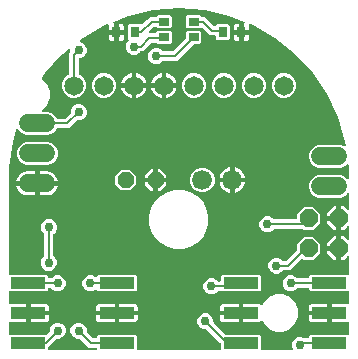
<source format=gtl>
G04 EAGLE Gerber RS-274X export*
G75*
%MOMM*%
%FSLAX34Y34*%
%LPD*%
%INTop Copper*%
%IPPOS*%
%AMOC8*
5,1,8,0,0,1.08239X$1,22.5*%
G01*
%ADD10P,1.429621X8X22.500000*%
%ADD11R,0.800000X0.950000*%
%ADD12C,1.680000*%
%ADD13R,0.900000X0.700000*%
%ADD14R,3.000000X1.000000*%
%ADD15C,1.650000*%
%ADD16C,1.524000*%
%ADD17P,1.649562X8X292.500000*%
%ADD18C,0.756400*%
%ADD19C,0.200000*%

G36*
X-70436Y10760D02*
X-70436Y10760D01*
X-70372Y10759D01*
X-70297Y10780D01*
X-70221Y10791D01*
X-70162Y10817D01*
X-70100Y10834D01*
X-70034Y10875D01*
X-69964Y10907D01*
X-69915Y10949D01*
X-69860Y10982D01*
X-69808Y11040D01*
X-69750Y11090D01*
X-69714Y11144D01*
X-69671Y11192D01*
X-69638Y11261D01*
X-69595Y11326D01*
X-69576Y11388D01*
X-69548Y11445D01*
X-69537Y11515D01*
X-69513Y11596D01*
X-69512Y11681D01*
X-69501Y11750D01*
X-69501Y12100D01*
X-69510Y12164D01*
X-69509Y12228D01*
X-69530Y12303D01*
X-69541Y12379D01*
X-69567Y12438D01*
X-69584Y12500D01*
X-69625Y12566D01*
X-69657Y12636D01*
X-69699Y12685D01*
X-69732Y12740D01*
X-69790Y12792D01*
X-69840Y12850D01*
X-69894Y12886D01*
X-69942Y12929D01*
X-70011Y12962D01*
X-70076Y13005D01*
X-70138Y13024D01*
X-70195Y13052D01*
X-70265Y13063D01*
X-70346Y13087D01*
X-70431Y13088D01*
X-70500Y13099D01*
X-76257Y13099D01*
X-83583Y20425D01*
X-83659Y20482D01*
X-83731Y20547D01*
X-83772Y20567D01*
X-83808Y20594D01*
X-83898Y20628D01*
X-83984Y20670D01*
X-84027Y20676D01*
X-84072Y20693D01*
X-84200Y20703D01*
X-84289Y20717D01*
X-86349Y20717D01*
X-88842Y21750D01*
X-90750Y23658D01*
X-91783Y26151D01*
X-91783Y28849D01*
X-90750Y31342D01*
X-88842Y33250D01*
X-86349Y34283D01*
X-83651Y34283D01*
X-81158Y33250D01*
X-79250Y31342D01*
X-78217Y28849D01*
X-78217Y26789D01*
X-78204Y26694D01*
X-78199Y26598D01*
X-78184Y26555D01*
X-78177Y26510D01*
X-78138Y26422D01*
X-78106Y26331D01*
X-78081Y26297D01*
X-78061Y26253D01*
X-77978Y26156D01*
X-77925Y26083D01*
X-73235Y21393D01*
X-73159Y21336D01*
X-73087Y21271D01*
X-73046Y21251D01*
X-73010Y21224D01*
X-72920Y21190D01*
X-72834Y21148D01*
X-72791Y21142D01*
X-72746Y21125D01*
X-72618Y21115D01*
X-72529Y21101D01*
X-70500Y21101D01*
X-70436Y21110D01*
X-70372Y21109D01*
X-70297Y21130D01*
X-70221Y21141D01*
X-70162Y21167D01*
X-70100Y21184D01*
X-70034Y21225D01*
X-69964Y21257D01*
X-69915Y21299D01*
X-69860Y21332D01*
X-69808Y21390D01*
X-69750Y21440D01*
X-69714Y21494D01*
X-69671Y21542D01*
X-69638Y21611D01*
X-69595Y21676D01*
X-69576Y21738D01*
X-69548Y21795D01*
X-69537Y21865D01*
X-69513Y21946D01*
X-69512Y22031D01*
X-69501Y22100D01*
X-69501Y22929D01*
X-68329Y24101D01*
X-36671Y24101D01*
X-35499Y22929D01*
X-35499Y11750D01*
X-35490Y11686D01*
X-35491Y11622D01*
X-35470Y11547D01*
X-35459Y11471D01*
X-35433Y11412D01*
X-35416Y11350D01*
X-35375Y11284D01*
X-35343Y11214D01*
X-35301Y11165D01*
X-35268Y11110D01*
X-35210Y11058D01*
X-35160Y11000D01*
X-35106Y10964D01*
X-35058Y10921D01*
X-34989Y10888D01*
X-34924Y10845D01*
X-34862Y10826D01*
X-34805Y10798D01*
X-34735Y10787D01*
X-34654Y10763D01*
X-34569Y10762D01*
X-34500Y10751D01*
X34500Y10751D01*
X34564Y10760D01*
X34628Y10759D01*
X34703Y10780D01*
X34779Y10791D01*
X34838Y10817D01*
X34900Y10834D01*
X34966Y10875D01*
X35036Y10907D01*
X35085Y10949D01*
X35140Y10982D01*
X35192Y11040D01*
X35250Y11090D01*
X35286Y11144D01*
X35329Y11192D01*
X35362Y11261D01*
X35405Y11326D01*
X35424Y11388D01*
X35452Y11445D01*
X35463Y11515D01*
X35487Y11596D01*
X35488Y11681D01*
X35499Y11750D01*
X35499Y16211D01*
X35486Y16306D01*
X35481Y16402D01*
X35466Y16445D01*
X35459Y16490D01*
X35420Y16578D01*
X35388Y16669D01*
X35363Y16703D01*
X35343Y16747D01*
X35260Y16844D01*
X35207Y16918D01*
X23917Y28207D01*
X23841Y28264D01*
X23769Y28329D01*
X23728Y28349D01*
X23692Y28376D01*
X23602Y28410D01*
X23516Y28452D01*
X23473Y28458D01*
X23428Y28475D01*
X23300Y28485D01*
X23211Y28499D01*
X21151Y28499D01*
X18658Y29532D01*
X16750Y31440D01*
X15717Y33933D01*
X15717Y36631D01*
X16750Y39124D01*
X18658Y41032D01*
X21151Y42065D01*
X23849Y42065D01*
X26342Y41032D01*
X28250Y39124D01*
X29283Y36631D01*
X29283Y34571D01*
X29296Y34476D01*
X29301Y34380D01*
X29316Y34337D01*
X29323Y34292D01*
X29362Y34204D01*
X29394Y34113D01*
X29419Y34079D01*
X29439Y34035D01*
X29522Y33938D01*
X29575Y33865D01*
X39046Y24393D01*
X39123Y24336D01*
X39195Y24271D01*
X39236Y24251D01*
X39272Y24224D01*
X39362Y24190D01*
X39448Y24148D01*
X39491Y24142D01*
X39536Y24125D01*
X39664Y24115D01*
X39753Y24101D01*
X68329Y24101D01*
X69501Y22929D01*
X69501Y11750D01*
X69510Y11686D01*
X69509Y11622D01*
X69530Y11547D01*
X69541Y11471D01*
X69567Y11412D01*
X69584Y11350D01*
X69625Y11284D01*
X69657Y11214D01*
X69699Y11165D01*
X69732Y11110D01*
X69790Y11058D01*
X69840Y11000D01*
X69894Y10964D01*
X69942Y10921D01*
X70011Y10888D01*
X70076Y10845D01*
X70138Y10826D01*
X70195Y10798D01*
X70265Y10787D01*
X70346Y10763D01*
X70431Y10762D01*
X70500Y10751D01*
X95423Y10751D01*
X95540Y10767D01*
X95658Y10779D01*
X95680Y10787D01*
X95702Y10791D01*
X95810Y10839D01*
X95920Y10883D01*
X95938Y10897D01*
X95959Y10907D01*
X96049Y10984D01*
X96143Y11057D01*
X96156Y11075D01*
X96173Y11090D01*
X96239Y11190D01*
X96308Y11286D01*
X96315Y11307D01*
X96328Y11326D01*
X96363Y11440D01*
X96402Y11551D01*
X96404Y11574D01*
X96410Y11596D01*
X96412Y11714D01*
X96419Y11833D01*
X96414Y11854D01*
X96414Y11878D01*
X96364Y12057D01*
X96346Y12132D01*
X95717Y13651D01*
X95717Y16349D01*
X96750Y18842D01*
X98658Y20750D01*
X101151Y21783D01*
X103849Y21783D01*
X105312Y21177D01*
X105352Y21166D01*
X105390Y21148D01*
X105475Y21135D01*
X105585Y21107D01*
X105644Y21109D01*
X105694Y21101D01*
X109500Y21101D01*
X109564Y21110D01*
X109628Y21109D01*
X109703Y21130D01*
X109779Y21141D01*
X109838Y21167D01*
X109900Y21184D01*
X109966Y21225D01*
X110036Y21257D01*
X110085Y21299D01*
X110140Y21332D01*
X110192Y21390D01*
X110250Y21440D01*
X110286Y21494D01*
X110329Y21542D01*
X110362Y21611D01*
X110405Y21676D01*
X110424Y21738D01*
X110452Y21795D01*
X110463Y21865D01*
X110487Y21946D01*
X110488Y22031D01*
X110499Y22100D01*
X110499Y22929D01*
X111671Y24101D01*
X143250Y24101D01*
X143314Y24110D01*
X143378Y24109D01*
X143453Y24130D01*
X143529Y24141D01*
X143588Y24167D01*
X143650Y24184D01*
X143716Y24225D01*
X143786Y24257D01*
X143835Y24299D01*
X143890Y24332D01*
X143942Y24390D01*
X144000Y24440D01*
X144036Y24494D01*
X144079Y24542D01*
X144112Y24611D01*
X144155Y24676D01*
X144174Y24738D01*
X144202Y24795D01*
X144213Y24865D01*
X144237Y24946D01*
X144238Y25031D01*
X144249Y25100D01*
X144249Y34036D01*
X144242Y34089D01*
X144244Y34143D01*
X144222Y34228D01*
X144209Y34315D01*
X144187Y34364D01*
X144174Y34416D01*
X144129Y34492D01*
X144093Y34572D01*
X144058Y34613D01*
X144031Y34659D01*
X143967Y34720D01*
X143910Y34787D01*
X143865Y34816D01*
X143826Y34853D01*
X143748Y34893D01*
X143674Y34941D01*
X143623Y34957D01*
X143575Y34981D01*
X143488Y34998D01*
X143404Y35023D01*
X143351Y35024D01*
X143298Y35034D01*
X143220Y35026D01*
X143122Y35027D01*
X143052Y35008D01*
X142991Y35001D01*
X142835Y34959D01*
X129499Y34959D01*
X129499Y41500D01*
X129490Y41564D01*
X129491Y41628D01*
X129470Y41702D01*
X129459Y41779D01*
X129433Y41838D01*
X129416Y41900D01*
X129375Y41966D01*
X129343Y42036D01*
X129301Y42085D01*
X129268Y42140D01*
X129210Y42191D01*
X129160Y42250D01*
X129106Y42286D01*
X129058Y42329D01*
X128989Y42362D01*
X128924Y42405D01*
X128862Y42424D01*
X128805Y42452D01*
X128735Y42462D01*
X128654Y42487D01*
X128569Y42488D01*
X128500Y42499D01*
X127499Y42499D01*
X127499Y42501D01*
X128500Y42501D01*
X128564Y42510D01*
X128628Y42509D01*
X128703Y42530D01*
X128779Y42541D01*
X128838Y42567D01*
X128900Y42584D01*
X128966Y42625D01*
X129036Y42657D01*
X129085Y42699D01*
X129140Y42732D01*
X129192Y42790D01*
X129250Y42840D01*
X129286Y42894D01*
X129329Y42942D01*
X129362Y43011D01*
X129405Y43076D01*
X129424Y43138D01*
X129452Y43196D01*
X129462Y43265D01*
X129487Y43346D01*
X129488Y43431D01*
X129499Y43500D01*
X129499Y50041D01*
X142835Y50041D01*
X142991Y49999D01*
X143045Y49992D01*
X143096Y49977D01*
X143184Y49975D01*
X143271Y49965D01*
X143324Y49974D01*
X143378Y49973D01*
X143463Y49996D01*
X143550Y50011D01*
X143598Y50034D01*
X143650Y50048D01*
X143725Y50094D01*
X143804Y50132D01*
X143844Y50168D01*
X143890Y50196D01*
X143949Y50262D01*
X144014Y50320D01*
X144043Y50366D01*
X144079Y50406D01*
X144117Y50485D01*
X144164Y50559D01*
X144178Y50611D01*
X144202Y50659D01*
X144214Y50737D01*
X144240Y50831D01*
X144240Y50903D01*
X144249Y50964D01*
X144249Y59900D01*
X144240Y59964D01*
X144241Y60028D01*
X144220Y60103D01*
X144209Y60179D01*
X144183Y60238D01*
X144166Y60300D01*
X144125Y60366D01*
X144093Y60436D01*
X144051Y60485D01*
X144018Y60540D01*
X143960Y60592D01*
X143910Y60650D01*
X143856Y60686D01*
X143808Y60729D01*
X143739Y60762D01*
X143674Y60805D01*
X143612Y60824D01*
X143555Y60852D01*
X143485Y60863D01*
X143404Y60887D01*
X143319Y60888D01*
X143250Y60899D01*
X111671Y60899D01*
X110499Y62071D01*
X110499Y62900D01*
X110490Y62964D01*
X110491Y63028D01*
X110470Y63103D01*
X110459Y63179D01*
X110433Y63238D01*
X110416Y63300D01*
X110375Y63366D01*
X110343Y63436D01*
X110301Y63485D01*
X110268Y63540D01*
X110210Y63592D01*
X110160Y63650D01*
X110106Y63686D01*
X110058Y63729D01*
X109989Y63762D01*
X109924Y63805D01*
X109862Y63824D01*
X109805Y63852D01*
X109735Y63863D01*
X109654Y63887D01*
X109569Y63888D01*
X109500Y63899D01*
X101123Y63899D01*
X101028Y63886D01*
X100932Y63881D01*
X100889Y63866D01*
X100844Y63859D01*
X100757Y63820D01*
X100666Y63788D01*
X100631Y63763D01*
X100587Y63743D01*
X100490Y63660D01*
X100417Y63607D01*
X98560Y61750D01*
X96067Y60717D01*
X93369Y60717D01*
X90876Y61750D01*
X88968Y63658D01*
X87935Y66151D01*
X87935Y68849D01*
X88968Y71342D01*
X90876Y73250D01*
X93369Y74283D01*
X96067Y74283D01*
X98560Y73250D01*
X99617Y72193D01*
X99694Y72136D01*
X99765Y72071D01*
X99806Y72051D01*
X99842Y72024D01*
X99932Y71990D01*
X100019Y71948D01*
X100061Y71942D01*
X100106Y71925D01*
X100234Y71915D01*
X100323Y71901D01*
X109500Y71901D01*
X109564Y71910D01*
X109628Y71909D01*
X109703Y71930D01*
X109779Y71941D01*
X109838Y71967D01*
X109900Y71984D01*
X109966Y72025D01*
X110036Y72057D01*
X110085Y72099D01*
X110140Y72132D01*
X110192Y72190D01*
X110250Y72240D01*
X110286Y72294D01*
X110329Y72342D01*
X110362Y72411D01*
X110405Y72476D01*
X110424Y72538D01*
X110452Y72595D01*
X110463Y72665D01*
X110487Y72746D01*
X110488Y72831D01*
X110499Y72900D01*
X110499Y73729D01*
X111671Y74901D01*
X143250Y74901D01*
X143314Y74910D01*
X143378Y74909D01*
X143453Y74930D01*
X143529Y74941D01*
X143588Y74967D01*
X143650Y74984D01*
X143716Y75025D01*
X143786Y75057D01*
X143835Y75099D01*
X143890Y75132D01*
X143942Y75190D01*
X144000Y75240D01*
X144036Y75294D01*
X144079Y75342D01*
X144112Y75411D01*
X144155Y75476D01*
X144174Y75538D01*
X144202Y75595D01*
X144213Y75665D01*
X144237Y75746D01*
X144238Y75831D01*
X144249Y75900D01*
X144249Y89567D01*
X144245Y89599D01*
X144247Y89632D01*
X144225Y89738D01*
X144209Y89847D01*
X144196Y89876D01*
X144190Y89908D01*
X144138Y90004D01*
X144093Y90104D01*
X144072Y90128D01*
X144057Y90157D01*
X143981Y90235D01*
X143910Y90318D01*
X143883Y90336D01*
X143860Y90359D01*
X143765Y90412D01*
X143674Y90472D01*
X143643Y90482D01*
X143615Y90498D01*
X143509Y90523D01*
X143404Y90555D01*
X143372Y90555D01*
X143341Y90563D01*
X143231Y90557D01*
X143122Y90558D01*
X143091Y90550D01*
X143059Y90548D01*
X142956Y90512D01*
X142850Y90483D01*
X142823Y90466D01*
X142792Y90456D01*
X142719Y90402D01*
X142610Y90335D01*
X142578Y90299D01*
X142543Y90274D01*
X139409Y87139D01*
X137199Y87139D01*
X137199Y96300D01*
X137190Y96363D01*
X137191Y96428D01*
X137170Y96502D01*
X137159Y96579D01*
X137133Y96638D01*
X137116Y96700D01*
X137075Y96766D01*
X137043Y96836D01*
X137001Y96885D01*
X136968Y96940D01*
X136910Y96991D01*
X136860Y97050D01*
X136806Y97086D01*
X136758Y97129D01*
X136689Y97162D01*
X136624Y97205D01*
X136562Y97224D01*
X136505Y97252D01*
X136435Y97262D01*
X136354Y97287D01*
X136269Y97288D01*
X136200Y97299D01*
X135199Y97299D01*
X135199Y97301D01*
X136200Y97301D01*
X136264Y97310D01*
X136328Y97309D01*
X136403Y97330D01*
X136479Y97341D01*
X136538Y97367D01*
X136600Y97384D01*
X136666Y97425D01*
X136736Y97457D01*
X136785Y97499D01*
X136840Y97532D01*
X136892Y97590D01*
X136950Y97640D01*
X136986Y97694D01*
X137029Y97742D01*
X137062Y97811D01*
X137105Y97876D01*
X137124Y97938D01*
X137152Y97996D01*
X137162Y98065D01*
X137187Y98146D01*
X137188Y98231D01*
X137199Y98300D01*
X137199Y107461D01*
X139409Y107461D01*
X142543Y104326D01*
X142569Y104307D01*
X142590Y104282D01*
X142682Y104222D01*
X142769Y104157D01*
X142799Y104145D01*
X142826Y104128D01*
X142931Y104096D01*
X143033Y104057D01*
X143065Y104055D01*
X143096Y104045D01*
X143205Y104044D01*
X143314Y104035D01*
X143346Y104042D01*
X143378Y104042D01*
X143483Y104071D01*
X143590Y104093D01*
X143619Y104108D01*
X143650Y104117D01*
X143743Y104174D01*
X143839Y104225D01*
X143862Y104248D01*
X143890Y104265D01*
X143963Y104346D01*
X144041Y104422D01*
X144057Y104450D01*
X144079Y104474D01*
X144126Y104572D01*
X144180Y104668D01*
X144188Y104699D01*
X144202Y104728D01*
X144216Y104817D01*
X144245Y104942D01*
X144243Y104991D01*
X144249Y105033D01*
X144249Y114967D01*
X144245Y114999D01*
X144247Y115032D01*
X144225Y115138D01*
X144209Y115247D01*
X144196Y115276D01*
X144190Y115308D01*
X144138Y115404D01*
X144093Y115504D01*
X144072Y115528D01*
X144057Y115557D01*
X143981Y115635D01*
X143910Y115718D01*
X143883Y115736D01*
X143860Y115759D01*
X143765Y115812D01*
X143674Y115872D01*
X143643Y115882D01*
X143615Y115898D01*
X143509Y115923D01*
X143404Y115955D01*
X143372Y115955D01*
X143341Y115963D01*
X143231Y115957D01*
X143122Y115958D01*
X143091Y115950D01*
X143059Y115948D01*
X142956Y115912D01*
X142850Y115883D01*
X142823Y115866D01*
X142792Y115856D01*
X142719Y115802D01*
X142610Y115735D01*
X142578Y115699D01*
X142543Y115674D01*
X139409Y112539D01*
X137199Y112539D01*
X137199Y121700D01*
X137191Y121761D01*
X137191Y121795D01*
X137191Y121797D01*
X137191Y121828D01*
X137170Y121902D01*
X137159Y121979D01*
X137133Y122038D01*
X137116Y122100D01*
X137075Y122166D01*
X137043Y122236D01*
X137001Y122285D01*
X136968Y122340D01*
X136910Y122391D01*
X136860Y122450D01*
X136806Y122486D01*
X136758Y122529D01*
X136689Y122562D01*
X136624Y122605D01*
X136562Y122624D01*
X136505Y122652D01*
X136435Y122662D01*
X136354Y122687D01*
X136269Y122688D01*
X136200Y122699D01*
X135199Y122699D01*
X135199Y122701D01*
X136200Y122701D01*
X136264Y122710D01*
X136328Y122709D01*
X136403Y122730D01*
X136479Y122741D01*
X136538Y122767D01*
X136600Y122784D01*
X136666Y122825D01*
X136736Y122857D01*
X136785Y122899D01*
X136840Y122932D01*
X136892Y122990D01*
X136950Y123040D01*
X136986Y123094D01*
X137029Y123142D01*
X137062Y123211D01*
X137105Y123276D01*
X137124Y123338D01*
X137152Y123396D01*
X137162Y123465D01*
X137187Y123546D01*
X137188Y123631D01*
X137199Y123700D01*
X137199Y132861D01*
X139409Y132861D01*
X142543Y129726D01*
X142569Y129707D01*
X142590Y129682D01*
X142682Y129622D01*
X142769Y129557D01*
X142799Y129545D01*
X142826Y129528D01*
X142931Y129496D01*
X143033Y129457D01*
X143065Y129455D01*
X143096Y129445D01*
X143205Y129444D01*
X143314Y129435D01*
X143346Y129442D01*
X143378Y129442D01*
X143483Y129471D01*
X143590Y129493D01*
X143619Y129508D01*
X143650Y129517D01*
X143743Y129574D01*
X143839Y129625D01*
X143862Y129648D01*
X143890Y129665D01*
X143963Y129746D01*
X144041Y129822D01*
X144057Y129850D01*
X144079Y129874D01*
X144126Y129972D01*
X144180Y130068D01*
X144188Y130099D01*
X144202Y130128D01*
X144216Y130217D01*
X144245Y130342D01*
X144243Y130391D01*
X144249Y130433D01*
X144249Y142911D01*
X144245Y142943D01*
X144247Y142975D01*
X144225Y143082D01*
X144209Y143190D01*
X144196Y143220D01*
X144190Y143251D01*
X144138Y143348D01*
X144093Y143447D01*
X144072Y143472D01*
X144057Y143500D01*
X143981Y143578D01*
X143910Y143662D01*
X143883Y143679D01*
X143860Y143702D01*
X143765Y143756D01*
X143674Y143816D01*
X143643Y143825D01*
X143615Y143841D01*
X143509Y143867D01*
X143404Y143898D01*
X143372Y143899D01*
X143341Y143906D01*
X143231Y143901D01*
X143122Y143902D01*
X143091Y143894D01*
X143059Y143892D01*
X142956Y143856D01*
X142850Y143827D01*
X142823Y143810D01*
X142792Y143799D01*
X142719Y143746D01*
X142610Y143679D01*
X142578Y143643D01*
X142543Y143618D01*
X140570Y141644D01*
X137034Y140179D01*
X117966Y140179D01*
X114430Y141644D01*
X111724Y144350D01*
X110259Y147886D01*
X110259Y151714D01*
X111724Y155250D01*
X114430Y157956D01*
X117966Y159421D01*
X137034Y159421D01*
X140570Y157956D01*
X142495Y156030D01*
X142533Y156002D01*
X142565Y155967D01*
X142645Y155918D01*
X142721Y155861D01*
X142765Y155845D01*
X142805Y155820D01*
X142896Y155795D01*
X142985Y155762D01*
X143032Y155758D01*
X143077Y155746D01*
X143172Y155747D01*
X143266Y155740D01*
X143312Y155749D01*
X143359Y155750D01*
X143449Y155778D01*
X143542Y155797D01*
X143583Y155820D01*
X143628Y155833D01*
X143708Y155885D01*
X143791Y155930D01*
X143825Y155963D01*
X143864Y155989D01*
X143925Y156061D01*
X143993Y156127D01*
X144016Y156168D01*
X144047Y156203D01*
X144085Y156290D01*
X144132Y156372D01*
X144143Y156418D01*
X144162Y156461D01*
X144173Y156543D01*
X144197Y156646D01*
X144194Y156711D01*
X144201Y156767D01*
X143931Y165887D01*
X143921Y165947D01*
X143922Y166000D01*
X143654Y167868D01*
X143625Y167966D01*
X143604Y168066D01*
X143586Y168101D01*
X143575Y168138D01*
X143520Y168225D01*
X143472Y168315D01*
X143445Y168343D01*
X143424Y168376D01*
X143347Y168444D01*
X143275Y168517D01*
X143241Y168537D01*
X143212Y168562D01*
X143119Y168606D01*
X143030Y168656D01*
X142992Y168665D01*
X142956Y168682D01*
X142855Y168698D01*
X142755Y168721D01*
X142716Y168719D01*
X142677Y168725D01*
X142576Y168712D01*
X142474Y168707D01*
X142437Y168694D01*
X142398Y168689D01*
X142304Y168648D01*
X142207Y168614D01*
X142178Y168593D01*
X142139Y168576D01*
X142033Y168487D01*
X141958Y168433D01*
X140570Y167044D01*
X137034Y165579D01*
X117966Y165579D01*
X114430Y167044D01*
X111724Y169750D01*
X110259Y173286D01*
X110259Y177114D01*
X111724Y180650D01*
X114430Y183356D01*
X117966Y184821D01*
X137034Y184821D01*
X139869Y183646D01*
X139916Y183634D01*
X139960Y183613D01*
X140052Y183599D01*
X140142Y183576D01*
X140191Y183578D01*
X140239Y183570D01*
X140331Y183582D01*
X140424Y183585D01*
X140471Y183600D01*
X140519Y183606D01*
X140604Y183644D01*
X140692Y183673D01*
X140733Y183700D01*
X140777Y183719D01*
X140849Y183779D01*
X140926Y183831D01*
X140956Y183869D01*
X140994Y183900D01*
X141046Y183977D01*
X141105Y184049D01*
X141124Y184094D01*
X141151Y184134D01*
X141179Y184223D01*
X141216Y184308D01*
X141222Y184356D01*
X141237Y184403D01*
X141238Y184485D01*
X141251Y184588D01*
X141240Y184654D01*
X141241Y184711D01*
X140870Y187303D01*
X140846Y187382D01*
X140837Y187449D01*
X134628Y208055D01*
X134594Y208129D01*
X134574Y208195D01*
X125349Y227638D01*
X125303Y227706D01*
X125274Y227768D01*
X113240Y245610D01*
X113185Y245671D01*
X113147Y245728D01*
X98576Y261565D01*
X98513Y261617D01*
X98466Y261668D01*
X81687Y275143D01*
X81617Y275185D01*
X81564Y275228D01*
X62955Y286039D01*
X62879Y286070D01*
X62820Y286104D01*
X60693Y286944D01*
X60596Y286967D01*
X60501Y286998D01*
X60459Y287000D01*
X60419Y287009D01*
X60319Y287004D01*
X60219Y287008D01*
X60179Y286998D01*
X60137Y286996D01*
X60043Y286963D01*
X59946Y286939D01*
X59910Y286917D01*
X59870Y286904D01*
X59789Y286846D01*
X59703Y286796D01*
X59674Y286765D01*
X59640Y286741D01*
X59578Y286663D01*
X59509Y286590D01*
X59490Y286553D01*
X59464Y286520D01*
X59426Y286428D01*
X59381Y286339D01*
X59373Y286298D01*
X59357Y286259D01*
X59347Y286160D01*
X59328Y286062D01*
X59332Y286023D01*
X59327Y285979D01*
X59351Y285847D01*
X59361Y285756D01*
X59541Y285085D01*
X59541Y281999D01*
X54999Y281999D01*
X54999Y287395D01*
X55016Y287401D01*
X55054Y287428D01*
X55097Y287447D01*
X55169Y287509D01*
X55247Y287563D01*
X55276Y287600D01*
X55311Y287630D01*
X55363Y287710D01*
X55422Y287784D01*
X55440Y287827D01*
X55466Y287866D01*
X55493Y287957D01*
X55529Y288045D01*
X55534Y288091D01*
X55548Y288136D01*
X55549Y288231D01*
X55559Y288326D01*
X55551Y288371D01*
X55552Y288418D01*
X55526Y288510D01*
X55510Y288603D01*
X55489Y288645D01*
X55476Y288690D01*
X55427Y288771D01*
X55384Y288856D01*
X55353Y288890D01*
X55328Y288930D01*
X55258Y288993D01*
X55193Y289063D01*
X55156Y289085D01*
X55119Y289119D01*
X55005Y289174D01*
X54927Y289219D01*
X42802Y294005D01*
X42722Y294024D01*
X42659Y294050D01*
X21683Y298863D01*
X21602Y298869D01*
X21535Y298885D01*
X75Y300501D01*
X-7Y300496D01*
X-75Y300501D01*
X-21535Y298885D01*
X-21615Y298867D01*
X-21683Y298863D01*
X-42659Y294050D01*
X-42736Y294020D01*
X-42802Y294005D01*
X-54927Y289219D01*
X-55010Y289172D01*
X-55097Y289133D01*
X-55132Y289103D01*
X-55172Y289080D01*
X-55239Y289012D01*
X-55311Y288950D01*
X-55336Y288911D01*
X-55369Y288877D01*
X-55413Y288793D01*
X-55465Y288714D01*
X-55479Y288669D01*
X-55501Y288628D01*
X-55520Y288535D01*
X-55548Y288444D01*
X-55548Y288398D01*
X-55558Y288352D01*
X-55550Y288257D01*
X-55552Y288162D01*
X-55539Y288117D01*
X-55535Y288071D01*
X-55502Y287982D01*
X-55476Y287890D01*
X-55452Y287851D01*
X-55435Y287807D01*
X-55378Y287731D01*
X-55328Y287650D01*
X-55294Y287619D01*
X-55266Y287582D01*
X-55189Y287525D01*
X-55119Y287461D01*
X-55077Y287441D01*
X-55040Y287413D01*
X-54999Y287398D01*
X-54999Y281999D01*
X-59541Y281999D01*
X-59541Y285085D01*
X-59361Y285756D01*
X-59349Y285855D01*
X-59329Y285952D01*
X-59332Y285994D01*
X-59327Y286036D01*
X-59343Y286134D01*
X-59351Y286233D01*
X-59366Y286273D01*
X-59373Y286314D01*
X-59416Y286404D01*
X-59451Y286497D01*
X-59476Y286531D01*
X-59494Y286568D01*
X-59561Y286643D01*
X-59621Y286722D01*
X-59654Y286747D01*
X-59682Y286779D01*
X-59767Y286832D01*
X-59847Y286891D01*
X-59886Y286906D01*
X-59922Y286928D01*
X-60017Y286955D01*
X-60111Y286990D01*
X-60153Y286993D01*
X-60193Y287005D01*
X-60293Y287004D01*
X-60392Y287011D01*
X-60431Y287003D01*
X-60475Y287002D01*
X-60604Y286964D01*
X-60693Y286944D01*
X-62820Y286104D01*
X-62891Y286064D01*
X-62955Y286039D01*
X-81564Y275228D01*
X-81628Y275178D01*
X-81687Y275143D01*
X-83801Y273446D01*
X-83822Y273423D01*
X-83849Y273405D01*
X-83918Y273320D01*
X-83993Y273240D01*
X-84008Y273212D01*
X-84028Y273187D01*
X-84071Y273087D01*
X-84121Y272989D01*
X-84127Y272957D01*
X-84139Y272928D01*
X-84153Y272820D01*
X-84173Y272712D01*
X-84170Y272680D01*
X-84174Y272648D01*
X-84156Y272540D01*
X-84146Y272431D01*
X-84134Y272401D01*
X-84129Y272370D01*
X-84082Y272271D01*
X-84041Y272169D01*
X-84022Y272144D01*
X-84008Y272115D01*
X-83935Y272033D01*
X-83868Y271947D01*
X-83842Y271928D01*
X-83821Y271904D01*
X-83743Y271857D01*
X-83639Y271782D01*
X-83593Y271766D01*
X-83557Y271744D01*
X-81158Y270750D01*
X-79250Y268842D01*
X-78217Y266349D01*
X-78217Y263651D01*
X-79250Y261158D01*
X-81158Y259250D01*
X-83651Y258217D01*
X-83900Y258217D01*
X-83964Y258208D01*
X-84028Y258209D01*
X-84103Y258188D01*
X-84179Y258177D01*
X-84238Y258151D01*
X-84300Y258134D01*
X-84366Y258093D01*
X-84436Y258061D01*
X-84485Y258019D01*
X-84540Y257986D01*
X-84592Y257928D01*
X-84650Y257878D01*
X-84686Y257824D01*
X-84729Y257776D01*
X-84762Y257707D01*
X-84805Y257642D01*
X-84824Y257580D01*
X-84852Y257523D01*
X-84863Y257453D01*
X-84887Y257372D01*
X-84888Y257287D01*
X-84899Y257218D01*
X-84899Y245106D01*
X-84898Y245096D01*
X-84899Y245087D01*
X-84878Y244957D01*
X-84859Y244827D01*
X-84856Y244818D01*
X-84854Y244809D01*
X-84797Y244689D01*
X-84743Y244570D01*
X-84737Y244563D01*
X-84733Y244554D01*
X-84645Y244455D01*
X-84560Y244355D01*
X-84552Y244350D01*
X-84546Y244343D01*
X-84480Y244303D01*
X-84324Y244201D01*
X-84301Y244194D01*
X-84282Y244183D01*
X-83093Y243690D01*
X-80210Y240807D01*
X-78649Y237039D01*
X-78649Y232961D01*
X-80210Y229193D01*
X-83093Y226310D01*
X-86861Y224749D01*
X-90939Y224749D01*
X-94707Y226310D01*
X-97590Y229193D01*
X-99151Y232961D01*
X-99151Y237039D01*
X-97590Y240807D01*
X-94707Y243690D01*
X-93518Y244183D01*
X-93509Y244187D01*
X-93500Y244190D01*
X-93388Y244259D01*
X-93275Y244326D01*
X-93268Y244333D01*
X-93260Y244338D01*
X-93172Y244436D01*
X-93082Y244532D01*
X-93078Y244540D01*
X-93071Y244547D01*
X-93014Y244666D01*
X-92954Y244783D01*
X-92952Y244793D01*
X-92948Y244801D01*
X-92936Y244877D01*
X-92902Y245061D01*
X-92904Y245084D01*
X-92901Y245106D01*
X-92901Y262757D01*
X-92075Y263583D01*
X-92018Y263659D01*
X-91953Y263731D01*
X-91933Y263772D01*
X-91906Y263808D01*
X-91872Y263898D01*
X-91830Y263984D01*
X-91824Y264027D01*
X-91807Y264072D01*
X-91797Y264200D01*
X-91783Y264289D01*
X-91783Y264951D01*
X-91800Y265069D01*
X-91811Y265188D01*
X-91819Y265208D01*
X-91823Y265231D01*
X-91872Y265339D01*
X-91916Y265449D01*
X-91930Y265467D01*
X-91939Y265488D01*
X-92016Y265578D01*
X-92089Y265672D01*
X-92108Y265685D01*
X-92122Y265702D01*
X-92222Y265767D01*
X-92318Y265836D01*
X-92339Y265844D01*
X-92358Y265856D01*
X-92472Y265891D01*
X-92584Y265931D01*
X-92606Y265932D01*
X-92628Y265939D01*
X-92747Y265940D01*
X-92866Y265947D01*
X-92887Y265942D01*
X-92910Y265942D01*
X-93024Y265911D01*
X-93140Y265884D01*
X-93159Y265874D01*
X-93182Y265867D01*
X-93342Y265768D01*
X-93408Y265730D01*
X-98466Y261668D01*
X-98523Y261608D01*
X-98576Y261565D01*
X-113147Y245728D01*
X-113194Y245660D01*
X-113240Y245610D01*
X-115833Y241766D01*
X-115881Y241667D01*
X-115935Y241572D01*
X-115942Y241541D01*
X-115956Y241512D01*
X-115975Y241404D01*
X-116000Y241297D01*
X-115998Y241265D01*
X-116004Y241234D01*
X-115991Y241125D01*
X-115985Y241016D01*
X-115975Y240985D01*
X-115971Y240954D01*
X-115929Y240853D01*
X-115893Y240749D01*
X-115875Y240725D01*
X-115862Y240694D01*
X-115764Y240573D01*
X-115711Y240500D01*
X-111639Y236428D01*
X-109239Y230635D01*
X-109239Y224365D01*
X-111639Y218572D01*
X-115984Y214227D01*
X-116004Y214201D01*
X-116028Y214180D01*
X-116088Y214088D01*
X-116154Y214001D01*
X-116165Y213971D01*
X-116183Y213944D01*
X-116215Y213839D01*
X-116253Y213737D01*
X-116256Y213705D01*
X-116265Y213674D01*
X-116267Y213565D01*
X-116275Y213456D01*
X-116268Y213424D01*
X-116269Y213392D01*
X-116240Y213287D01*
X-116217Y213180D01*
X-116202Y213151D01*
X-116194Y213120D01*
X-116136Y213027D01*
X-116085Y212931D01*
X-116062Y212908D01*
X-116046Y212880D01*
X-115964Y212807D01*
X-115888Y212729D01*
X-115860Y212713D01*
X-115836Y212691D01*
X-115738Y212644D01*
X-115643Y212590D01*
X-115611Y212582D01*
X-115582Y212568D01*
X-115493Y212554D01*
X-115368Y212525D01*
X-115320Y212527D01*
X-115278Y212521D01*
X-110466Y212521D01*
X-106930Y211056D01*
X-104224Y208350D01*
X-103879Y207518D01*
X-103874Y207509D01*
X-103872Y207500D01*
X-103803Y207388D01*
X-103736Y207275D01*
X-103729Y207268D01*
X-103724Y207260D01*
X-103626Y207172D01*
X-103530Y207082D01*
X-103521Y207078D01*
X-103514Y207071D01*
X-103396Y207014D01*
X-103279Y206954D01*
X-103269Y206952D01*
X-103261Y206948D01*
X-103185Y206936D01*
X-103001Y206902D01*
X-102977Y206904D01*
X-102956Y206901D01*
X-96389Y206901D01*
X-96294Y206914D01*
X-96198Y206919D01*
X-96155Y206934D01*
X-96110Y206941D01*
X-96022Y206980D01*
X-95931Y207012D01*
X-95897Y207037D01*
X-95853Y207057D01*
X-95756Y207140D01*
X-95683Y207193D01*
X-91793Y211083D01*
X-91736Y211159D01*
X-91671Y211231D01*
X-91651Y211272D01*
X-91624Y211308D01*
X-91590Y211398D01*
X-91548Y211484D01*
X-91542Y211527D01*
X-91525Y211572D01*
X-91515Y211700D01*
X-91501Y211789D01*
X-91501Y213849D01*
X-90468Y216342D01*
X-88560Y218250D01*
X-86067Y219283D01*
X-83369Y219283D01*
X-80876Y218250D01*
X-78968Y216342D01*
X-77935Y213849D01*
X-77935Y211151D01*
X-78968Y208658D01*
X-80876Y206750D01*
X-83369Y205717D01*
X-85429Y205717D01*
X-85524Y205704D01*
X-85620Y205699D01*
X-85663Y205684D01*
X-85708Y205677D01*
X-85796Y205638D01*
X-85887Y205606D01*
X-85921Y205581D01*
X-85965Y205561D01*
X-86062Y205478D01*
X-86135Y205425D01*
X-92661Y198899D01*
X-102956Y198899D01*
X-102966Y198898D01*
X-102975Y198899D01*
X-103105Y198878D01*
X-103235Y198859D01*
X-103244Y198856D01*
X-103253Y198854D01*
X-103372Y198797D01*
X-103492Y198743D01*
X-103499Y198737D01*
X-103508Y198733D01*
X-103607Y198645D01*
X-103707Y198560D01*
X-103712Y198552D01*
X-103719Y198546D01*
X-103759Y198480D01*
X-103861Y198324D01*
X-103868Y198301D01*
X-103879Y198282D01*
X-104224Y197450D01*
X-106930Y194744D01*
X-110466Y193279D01*
X-129534Y193279D01*
X-133070Y194744D01*
X-135776Y197450D01*
X-135890Y197724D01*
X-135931Y197795D01*
X-135964Y197870D01*
X-136003Y197916D01*
X-136033Y197967D01*
X-136093Y198023D01*
X-136146Y198086D01*
X-136195Y198119D01*
X-136239Y198160D01*
X-136312Y198197D01*
X-136380Y198243D01*
X-136437Y198261D01*
X-136490Y198288D01*
X-136571Y198303D01*
X-136649Y198328D01*
X-136709Y198329D01*
X-136767Y198340D01*
X-136849Y198332D01*
X-136931Y198334D01*
X-136989Y198319D01*
X-137048Y198313D01*
X-137124Y198282D01*
X-137204Y198261D01*
X-137255Y198230D01*
X-137310Y198208D01*
X-137375Y198158D01*
X-137445Y198115D01*
X-137486Y198072D01*
X-137532Y198035D01*
X-137580Y197968D01*
X-137636Y197908D01*
X-137660Y197858D01*
X-137697Y197806D01*
X-137733Y197705D01*
X-137769Y197630D01*
X-140837Y187449D01*
X-140849Y187368D01*
X-140870Y187303D01*
X-143922Y166000D01*
X-143922Y165939D01*
X-143931Y165888D01*
X-144249Y155137D01*
X-144247Y155121D01*
X-144249Y155107D01*
X-144249Y155049D01*
X-144249Y155045D01*
X-144249Y155041D01*
X-144232Y152863D01*
X-144244Y152813D01*
X-144242Y152759D01*
X-144249Y152712D01*
X-144249Y75900D01*
X-144240Y75836D01*
X-144241Y75772D01*
X-144220Y75697D01*
X-144209Y75621D01*
X-144183Y75562D01*
X-144166Y75500D01*
X-144125Y75434D01*
X-144093Y75364D01*
X-144051Y75315D01*
X-144018Y75260D01*
X-143960Y75208D01*
X-143910Y75150D01*
X-143856Y75114D01*
X-143808Y75071D01*
X-143739Y75038D01*
X-143674Y74995D01*
X-143612Y74976D01*
X-143555Y74948D01*
X-143485Y74937D01*
X-143404Y74913D01*
X-143319Y74912D01*
X-143250Y74901D01*
X-111671Y74901D01*
X-110499Y73729D01*
X-110499Y72900D01*
X-110490Y72836D01*
X-110491Y72772D01*
X-110470Y72697D01*
X-110459Y72621D01*
X-110433Y72562D01*
X-110416Y72500D01*
X-110375Y72434D01*
X-110343Y72364D01*
X-110301Y72315D01*
X-110268Y72260D01*
X-110210Y72208D01*
X-110160Y72150D01*
X-110106Y72114D01*
X-110058Y72071D01*
X-109989Y72038D01*
X-109924Y71995D01*
X-109862Y71976D01*
X-109805Y71948D01*
X-109735Y71937D01*
X-109654Y71913D01*
X-109569Y71912D01*
X-109500Y71901D01*
X-108387Y71901D01*
X-108292Y71914D01*
X-108196Y71919D01*
X-108153Y71934D01*
X-108108Y71941D01*
X-108021Y71980D01*
X-107930Y72012D01*
X-107895Y72037D01*
X-107851Y72057D01*
X-107754Y72140D01*
X-107681Y72193D01*
X-106624Y73250D01*
X-104131Y74283D01*
X-101433Y74283D01*
X-98940Y73250D01*
X-97032Y71342D01*
X-95999Y68849D01*
X-95999Y66151D01*
X-97032Y63658D01*
X-98940Y61750D01*
X-101433Y60717D01*
X-104131Y60717D01*
X-106624Y61750D01*
X-108481Y63607D01*
X-108558Y63664D01*
X-108629Y63729D01*
X-108670Y63749D01*
X-108706Y63776D01*
X-108796Y63810D01*
X-108883Y63852D01*
X-108925Y63858D01*
X-108970Y63875D01*
X-109098Y63885D01*
X-109187Y63899D01*
X-109500Y63899D01*
X-109564Y63890D01*
X-109628Y63891D01*
X-109703Y63870D01*
X-109779Y63859D01*
X-109838Y63833D01*
X-109900Y63816D01*
X-109966Y63775D01*
X-110036Y63743D01*
X-110085Y63701D01*
X-110140Y63668D01*
X-110192Y63610D01*
X-110250Y63560D01*
X-110286Y63506D01*
X-110329Y63458D01*
X-110362Y63389D01*
X-110405Y63324D01*
X-110424Y63262D01*
X-110452Y63205D01*
X-110463Y63135D01*
X-110487Y63054D01*
X-110488Y62969D01*
X-110499Y62900D01*
X-110499Y62071D01*
X-111671Y60899D01*
X-143250Y60899D01*
X-143314Y60890D01*
X-143378Y60891D01*
X-143453Y60870D01*
X-143529Y60859D01*
X-143588Y60833D01*
X-143650Y60816D01*
X-143716Y60775D01*
X-143786Y60743D01*
X-143835Y60701D01*
X-143890Y60668D01*
X-143942Y60610D01*
X-144000Y60560D01*
X-144036Y60506D01*
X-144079Y60458D01*
X-144112Y60389D01*
X-144155Y60324D01*
X-144174Y60262D01*
X-144202Y60205D01*
X-144213Y60135D01*
X-144237Y60054D01*
X-144238Y59969D01*
X-144249Y59900D01*
X-144249Y50964D01*
X-144242Y50911D01*
X-144244Y50857D01*
X-144222Y50772D01*
X-144209Y50685D01*
X-144187Y50636D01*
X-144174Y50584D01*
X-144129Y50508D01*
X-144093Y50428D01*
X-144058Y50387D01*
X-144031Y50341D01*
X-143967Y50280D01*
X-143910Y50213D01*
X-143865Y50184D01*
X-143826Y50147D01*
X-143748Y50107D01*
X-143674Y50059D01*
X-143622Y50043D01*
X-143575Y50019D01*
X-143488Y50002D01*
X-143404Y49977D01*
X-143350Y49976D01*
X-143298Y49966D01*
X-143220Y49974D01*
X-143122Y49973D01*
X-143052Y49992D01*
X-142991Y49999D01*
X-142834Y50041D01*
X-129499Y50041D01*
X-129499Y43500D01*
X-129490Y43436D01*
X-129491Y43372D01*
X-129470Y43298D01*
X-129459Y43221D01*
X-129433Y43162D01*
X-129416Y43100D01*
X-129375Y43034D01*
X-129343Y42964D01*
X-129301Y42915D01*
X-129268Y42860D01*
X-129210Y42809D01*
X-129160Y42750D01*
X-129106Y42714D01*
X-129058Y42671D01*
X-128989Y42638D01*
X-128924Y42595D01*
X-128862Y42576D01*
X-128805Y42548D01*
X-128735Y42538D01*
X-128654Y42513D01*
X-128569Y42512D01*
X-128500Y42501D01*
X-127499Y42501D01*
X-127499Y42499D01*
X-128500Y42499D01*
X-128564Y42490D01*
X-128628Y42491D01*
X-128703Y42470D01*
X-128779Y42459D01*
X-128838Y42433D01*
X-128900Y42416D01*
X-128966Y42375D01*
X-129036Y42343D01*
X-129085Y42301D01*
X-129140Y42268D01*
X-129192Y42210D01*
X-129250Y42160D01*
X-129286Y42106D01*
X-129329Y42058D01*
X-129362Y41989D01*
X-129405Y41924D01*
X-129424Y41862D01*
X-129452Y41804D01*
X-129462Y41735D01*
X-129487Y41654D01*
X-129488Y41569D01*
X-129499Y41500D01*
X-129499Y34959D01*
X-142835Y34959D01*
X-142991Y35001D01*
X-143045Y35008D01*
X-143096Y35023D01*
X-143184Y35025D01*
X-143271Y35035D01*
X-143324Y35026D01*
X-143378Y35027D01*
X-143463Y35004D01*
X-143550Y34989D01*
X-143598Y34966D01*
X-143650Y34952D01*
X-143725Y34906D01*
X-143804Y34868D01*
X-143844Y34832D01*
X-143890Y34804D01*
X-143949Y34738D01*
X-144014Y34680D01*
X-144043Y34634D01*
X-144079Y34594D01*
X-144117Y34515D01*
X-144164Y34441D01*
X-144178Y34389D01*
X-144202Y34341D01*
X-144214Y34263D01*
X-144240Y34169D01*
X-144240Y34097D01*
X-144249Y34036D01*
X-144249Y25100D01*
X-144240Y25036D01*
X-144241Y24972D01*
X-144220Y24897D01*
X-144209Y24821D01*
X-144183Y24762D01*
X-144166Y24700D01*
X-144125Y24634D01*
X-144093Y24564D01*
X-144051Y24515D01*
X-144018Y24460D01*
X-143960Y24408D01*
X-143910Y24350D01*
X-143856Y24314D01*
X-143808Y24271D01*
X-143739Y24238D01*
X-143674Y24195D01*
X-143612Y24176D01*
X-143555Y24148D01*
X-143485Y24137D01*
X-143404Y24113D01*
X-143319Y24112D01*
X-143250Y24101D01*
X-111971Y24101D01*
X-111876Y24114D01*
X-111780Y24119D01*
X-111737Y24134D01*
X-111692Y24141D01*
X-111604Y24180D01*
X-111513Y24212D01*
X-111479Y24237D01*
X-111435Y24257D01*
X-111338Y24340D01*
X-111265Y24393D01*
X-109575Y26083D01*
X-109518Y26159D01*
X-109453Y26231D01*
X-109433Y26272D01*
X-109406Y26308D01*
X-109372Y26398D01*
X-109330Y26484D01*
X-109324Y26527D01*
X-109307Y26572D01*
X-109297Y26699D01*
X-109283Y26789D01*
X-109283Y28849D01*
X-108250Y31342D01*
X-106342Y33250D01*
X-103849Y34283D01*
X-101151Y34283D01*
X-98658Y33250D01*
X-96750Y31342D01*
X-95717Y28849D01*
X-95717Y26151D01*
X-96750Y23658D01*
X-98658Y21750D01*
X-101151Y20717D01*
X-103211Y20717D01*
X-103306Y20704D01*
X-103402Y20699D01*
X-103445Y20684D01*
X-103490Y20677D01*
X-103578Y20638D01*
X-103669Y20606D01*
X-103703Y20581D01*
X-103747Y20561D01*
X-103844Y20478D01*
X-103917Y20425D01*
X-110207Y14135D01*
X-110264Y14059D01*
X-110329Y13987D01*
X-110349Y13946D01*
X-110376Y13910D01*
X-110410Y13820D01*
X-110452Y13734D01*
X-110458Y13691D01*
X-110475Y13646D01*
X-110485Y13518D01*
X-110499Y13429D01*
X-110499Y11750D01*
X-110490Y11686D01*
X-110491Y11622D01*
X-110470Y11547D01*
X-110459Y11471D01*
X-110433Y11412D01*
X-110416Y11350D01*
X-110375Y11284D01*
X-110343Y11214D01*
X-110301Y11165D01*
X-110268Y11110D01*
X-110210Y11058D01*
X-110160Y11000D01*
X-110106Y10964D01*
X-110058Y10921D01*
X-109989Y10888D01*
X-109924Y10845D01*
X-109862Y10826D01*
X-109805Y10798D01*
X-109735Y10787D01*
X-109654Y10763D01*
X-109569Y10762D01*
X-109500Y10751D01*
X-70500Y10751D01*
X-70436Y10760D01*
G37*
%LPC*%
G36*
X-3291Y96499D02*
X-3291Y96499D01*
X-9650Y98203D01*
X-15351Y101494D01*
X-20006Y106149D01*
X-23297Y111850D01*
X-25001Y118209D01*
X-25001Y124791D01*
X-23297Y131150D01*
X-20006Y136851D01*
X-15351Y141506D01*
X-9650Y144797D01*
X-3291Y146501D01*
X3291Y146501D01*
X9650Y144797D01*
X15351Y141506D01*
X20006Y136851D01*
X23297Y131150D01*
X25001Y124791D01*
X25001Y118209D01*
X23297Y111850D01*
X20006Y106149D01*
X15351Y101494D01*
X9650Y98203D01*
X3291Y96499D01*
X-3291Y96499D01*
G37*
%LPD*%
%LPC*%
G36*
X81865Y26739D02*
X81865Y26739D01*
X76072Y29139D01*
X71639Y33572D01*
X70901Y35354D01*
X70840Y35456D01*
X70785Y35560D01*
X70769Y35577D01*
X70757Y35596D01*
X70671Y35677D01*
X70588Y35763D01*
X70568Y35774D01*
X70551Y35789D01*
X70446Y35843D01*
X70343Y35902D01*
X70320Y35907D01*
X70300Y35917D01*
X70183Y35939D01*
X70068Y35966D01*
X70045Y35965D01*
X70023Y35970D01*
X69905Y35958D01*
X69786Y35952D01*
X69765Y35945D01*
X69742Y35942D01*
X69632Y35899D01*
X69520Y35860D01*
X69502Y35847D01*
X69480Y35838D01*
X69333Y35723D01*
X69271Y35678D01*
X69060Y35467D01*
X68481Y35132D01*
X67835Y34959D01*
X54499Y34959D01*
X54499Y41500D01*
X54490Y41564D01*
X54491Y41628D01*
X54470Y41702D01*
X54459Y41779D01*
X54433Y41838D01*
X54416Y41900D01*
X54375Y41966D01*
X54343Y42036D01*
X54301Y42085D01*
X54268Y42140D01*
X54210Y42191D01*
X54160Y42250D01*
X54106Y42286D01*
X54058Y42329D01*
X53989Y42362D01*
X53924Y42405D01*
X53862Y42424D01*
X53805Y42452D01*
X53735Y42462D01*
X53654Y42487D01*
X53569Y42488D01*
X53500Y42499D01*
X52499Y42499D01*
X52499Y42501D01*
X53500Y42501D01*
X53564Y42510D01*
X53628Y42509D01*
X53703Y42530D01*
X53779Y42541D01*
X53838Y42567D01*
X53900Y42584D01*
X53966Y42625D01*
X54036Y42657D01*
X54085Y42699D01*
X54140Y42732D01*
X54192Y42790D01*
X54250Y42840D01*
X54286Y42894D01*
X54329Y42942D01*
X54362Y43011D01*
X54405Y43076D01*
X54424Y43138D01*
X54452Y43196D01*
X54462Y43265D01*
X54487Y43346D01*
X54488Y43431D01*
X54499Y43500D01*
X54499Y50041D01*
X67835Y50041D01*
X68481Y49868D01*
X69060Y49533D01*
X69271Y49322D01*
X69366Y49251D01*
X69457Y49176D01*
X69478Y49167D01*
X69497Y49153D01*
X69608Y49111D01*
X69716Y49064D01*
X69739Y49061D01*
X69760Y49053D01*
X69879Y49044D01*
X69996Y49030D01*
X70019Y49033D01*
X70042Y49031D01*
X70158Y49056D01*
X70275Y49075D01*
X70295Y49084D01*
X70318Y49089D01*
X70422Y49145D01*
X70530Y49196D01*
X70547Y49211D01*
X70567Y49222D01*
X70652Y49304D01*
X70740Y49383D01*
X70752Y49401D01*
X70769Y49418D01*
X70861Y49580D01*
X70901Y49646D01*
X71639Y51428D01*
X76072Y55861D01*
X81865Y58261D01*
X88135Y58261D01*
X93928Y55861D01*
X98361Y51428D01*
X100761Y45635D01*
X100761Y39365D01*
X98361Y33572D01*
X93928Y29139D01*
X88135Y26739D01*
X81865Y26739D01*
G37*
%LPD*%
%LPC*%
G36*
X-39395Y261263D02*
X-39395Y261263D01*
X-41888Y262295D01*
X-43796Y264203D01*
X-44828Y266696D01*
X-44828Y269395D01*
X-43796Y271888D01*
X-42838Y272845D01*
X-42813Y272879D01*
X-42796Y272894D01*
X-42783Y272912D01*
X-42753Y272942D01*
X-42715Y273009D01*
X-42669Y273071D01*
X-42654Y273110D01*
X-42641Y273130D01*
X-42635Y273151D01*
X-42614Y273187D01*
X-42597Y273262D01*
X-42569Y273335D01*
X-42566Y273376D01*
X-42559Y273399D01*
X-42559Y273423D01*
X-42549Y273461D01*
X-42553Y273539D01*
X-42547Y273616D01*
X-42555Y273655D01*
X-42555Y273681D01*
X-42562Y273706D01*
X-42564Y273743D01*
X-42589Y273816D01*
X-42605Y273892D01*
X-42622Y273925D01*
X-42630Y273953D01*
X-42645Y273977D01*
X-42656Y274010D01*
X-42698Y274066D01*
X-42737Y274141D01*
X-42762Y274166D01*
X-42778Y274193D01*
X-42813Y274224D01*
X-42838Y274259D01*
X-43001Y274421D01*
X-43001Y285579D01*
X-41829Y286751D01*
X-32159Y286751D01*
X-32150Y286741D01*
X-32118Y286723D01*
X-32109Y286714D01*
X-32078Y286700D01*
X-32020Y286656D01*
X-31960Y286633D01*
X-31904Y286602D01*
X-31829Y286584D01*
X-31756Y286556D01*
X-31692Y286551D01*
X-31630Y286537D01*
X-31552Y286541D01*
X-31475Y286535D01*
X-31412Y286548D01*
X-31348Y286551D01*
X-31275Y286576D01*
X-31199Y286592D01*
X-31142Y286622D01*
X-31082Y286644D01*
X-31025Y286685D01*
X-30992Y286700D01*
X-30984Y286707D01*
X-30950Y286725D01*
X-30889Y286784D01*
X-30833Y286825D01*
X-27293Y290365D01*
X-24657Y293001D01*
X-19743Y293001D01*
X-19648Y293014D01*
X-19551Y293019D01*
X-19508Y293034D01*
X-19463Y293041D01*
X-19376Y293080D01*
X-19285Y293112D01*
X-19251Y293137D01*
X-19206Y293157D01*
X-19109Y293240D01*
X-19036Y293293D01*
X-17829Y294501D01*
X-7171Y294501D01*
X-5999Y293329D01*
X-5999Y284671D01*
X-7171Y283499D01*
X-17829Y283499D01*
X-19036Y284707D01*
X-19113Y284764D01*
X-19184Y284829D01*
X-19225Y284849D01*
X-19262Y284876D01*
X-19352Y284910D01*
X-19438Y284952D01*
X-19480Y284958D01*
X-19526Y284975D01*
X-19653Y284985D01*
X-19743Y284999D01*
X-20929Y284999D01*
X-21024Y284986D01*
X-21120Y284981D01*
X-21163Y284966D01*
X-21208Y284959D01*
X-21296Y284920D01*
X-21386Y284888D01*
X-21421Y284863D01*
X-21465Y284843D01*
X-21562Y284760D01*
X-21635Y284707D01*
X-25354Y280989D01*
X-25373Y280963D01*
X-25397Y280942D01*
X-25457Y280850D01*
X-25523Y280763D01*
X-25534Y280733D01*
X-25552Y280706D01*
X-25584Y280601D01*
X-25622Y280499D01*
X-25625Y280467D01*
X-25634Y280436D01*
X-25636Y280327D01*
X-25644Y280218D01*
X-25638Y280186D01*
X-25638Y280154D01*
X-25609Y280049D01*
X-25587Y279942D01*
X-25571Y279913D01*
X-25563Y279882D01*
X-25505Y279789D01*
X-25454Y279693D01*
X-25432Y279670D01*
X-25415Y279642D01*
X-25334Y279569D01*
X-25257Y279491D01*
X-25229Y279475D01*
X-25205Y279453D01*
X-25107Y279406D01*
X-25012Y279352D01*
X-24981Y279344D01*
X-24952Y279330D01*
X-24862Y279316D01*
X-24738Y279287D01*
X-24689Y279289D01*
X-24647Y279283D01*
X-20000Y279283D01*
X-19936Y279292D01*
X-19872Y279291D01*
X-19797Y279312D01*
X-19721Y279323D01*
X-19662Y279349D01*
X-19600Y279366D01*
X-19534Y279407D01*
X-19464Y279439D01*
X-19415Y279481D01*
X-19360Y279514D01*
X-19308Y279572D01*
X-19250Y279622D01*
X-19214Y279676D01*
X-19171Y279724D01*
X-19138Y279793D01*
X-19095Y279858D01*
X-19076Y279920D01*
X-19048Y279977D01*
X-19037Y280047D01*
X-19013Y280128D01*
X-19012Y280213D01*
X-19001Y280282D01*
X-19001Y280329D01*
X-17829Y281501D01*
X-7171Y281501D01*
X-5999Y280329D01*
X-5999Y271671D01*
X-7171Y270499D01*
X-17829Y270499D01*
X-18318Y270989D01*
X-18395Y271046D01*
X-18466Y271111D01*
X-18507Y271131D01*
X-18544Y271158D01*
X-18634Y271192D01*
X-18720Y271234D01*
X-18762Y271240D01*
X-18807Y271257D01*
X-18935Y271267D01*
X-19025Y271281D01*
X-22934Y271281D01*
X-23029Y271268D01*
X-23126Y271263D01*
X-23169Y271248D01*
X-23214Y271241D01*
X-23301Y271202D01*
X-23392Y271170D01*
X-23426Y271145D01*
X-23471Y271125D01*
X-23568Y271042D01*
X-23641Y270989D01*
X-30585Y264045D01*
X-32040Y264045D01*
X-32135Y264031D01*
X-32231Y264026D01*
X-32274Y264011D01*
X-32319Y264005D01*
X-32407Y263965D01*
X-32498Y263934D01*
X-32532Y263909D01*
X-32576Y263889D01*
X-32674Y263805D01*
X-32747Y263752D01*
X-34203Y262295D01*
X-36696Y261263D01*
X-39395Y261263D01*
G37*
%LPD*%
%LPC*%
G36*
X26151Y58217D02*
X26151Y58217D01*
X23658Y59250D01*
X21750Y61158D01*
X20717Y63651D01*
X20717Y66349D01*
X21750Y68842D01*
X23658Y70750D01*
X26151Y71783D01*
X28849Y71783D01*
X31342Y70750D01*
X32799Y69293D01*
X32876Y69236D01*
X32947Y69171D01*
X32988Y69151D01*
X33024Y69124D01*
X33114Y69090D01*
X33201Y69048D01*
X33243Y69042D01*
X33288Y69025D01*
X33416Y69015D01*
X33505Y69001D01*
X34500Y69001D01*
X34564Y69010D01*
X34628Y69009D01*
X34703Y69030D01*
X34779Y69041D01*
X34838Y69067D01*
X34900Y69084D01*
X34966Y69125D01*
X35036Y69157D01*
X35085Y69199D01*
X35140Y69232D01*
X35192Y69290D01*
X35250Y69340D01*
X35286Y69394D01*
X35329Y69442D01*
X35362Y69511D01*
X35405Y69576D01*
X35424Y69638D01*
X35452Y69695D01*
X35463Y69765D01*
X35487Y69846D01*
X35488Y69931D01*
X35499Y70000D01*
X35499Y73729D01*
X36671Y74901D01*
X68329Y74901D01*
X69501Y73729D01*
X69501Y62071D01*
X68329Y60899D01*
X36576Y60899D01*
X36548Y60910D01*
X36462Y60952D01*
X36420Y60958D01*
X36374Y60975D01*
X36247Y60985D01*
X36157Y60999D01*
X33505Y60999D01*
X33410Y60986D01*
X33314Y60981D01*
X33271Y60966D01*
X33226Y60959D01*
X33139Y60920D01*
X33048Y60888D01*
X33013Y60863D01*
X32969Y60843D01*
X32872Y60760D01*
X32799Y60707D01*
X31342Y59250D01*
X28849Y58217D01*
X26151Y58217D01*
G37*
%LPD*%
%LPC*%
G36*
X73651Y110717D02*
X73651Y110717D01*
X71158Y111750D01*
X69250Y113658D01*
X68217Y116151D01*
X68217Y118849D01*
X69250Y121342D01*
X71158Y123250D01*
X73651Y124283D01*
X76349Y124283D01*
X78842Y123250D01*
X80099Y121993D01*
X80176Y121936D01*
X80247Y121871D01*
X80288Y121851D01*
X80324Y121824D01*
X80414Y121790D01*
X80501Y121748D01*
X80543Y121742D01*
X80588Y121725D01*
X80716Y121715D01*
X80805Y121701D01*
X99180Y121701D01*
X99244Y121710D01*
X99308Y121709D01*
X99383Y121730D01*
X99459Y121741D01*
X99518Y121767D01*
X99580Y121784D01*
X99646Y121825D01*
X99716Y121857D01*
X99765Y121899D01*
X99820Y121932D01*
X99872Y121990D01*
X99930Y122040D01*
X99966Y122094D01*
X100009Y122142D01*
X100042Y122211D01*
X100085Y122276D01*
X100104Y122338D01*
X100132Y122395D01*
X100143Y122465D01*
X100167Y122546D01*
X100168Y122631D01*
X100179Y122700D01*
X100179Y126685D01*
X105815Y132321D01*
X113785Y132321D01*
X119421Y126685D01*
X119421Y118715D01*
X113785Y113079D01*
X105815Y113079D01*
X105488Y113407D01*
X105411Y113464D01*
X105339Y113529D01*
X105298Y113549D01*
X105262Y113576D01*
X105172Y113610D01*
X105086Y113652D01*
X105044Y113658D01*
X104998Y113675D01*
X104871Y113685D01*
X104781Y113699D01*
X81205Y113699D01*
X81110Y113686D01*
X81014Y113681D01*
X80971Y113666D01*
X80926Y113659D01*
X80839Y113620D01*
X80748Y113588D01*
X80713Y113563D01*
X80669Y113543D01*
X80572Y113460D01*
X80499Y113407D01*
X78842Y111750D01*
X76349Y110717D01*
X73651Y110717D01*
G37*
%LPD*%
%LPC*%
G36*
X-76349Y60717D02*
X-76349Y60717D01*
X-78842Y61750D01*
X-80750Y63658D01*
X-81783Y66151D01*
X-81783Y68849D01*
X-80750Y71342D01*
X-78842Y73250D01*
X-76349Y74283D01*
X-73651Y74283D01*
X-71143Y73244D01*
X-71068Y73195D01*
X-70981Y73130D01*
X-70951Y73118D01*
X-70924Y73100D01*
X-70819Y73069D01*
X-70717Y73030D01*
X-70685Y73028D01*
X-70654Y73018D01*
X-70545Y73017D01*
X-70436Y73008D01*
X-70404Y73015D01*
X-70372Y73014D01*
X-70267Y73043D01*
X-70160Y73066D01*
X-70131Y73081D01*
X-70100Y73090D01*
X-70007Y73147D01*
X-69911Y73198D01*
X-69888Y73221D01*
X-69860Y73238D01*
X-69787Y73319D01*
X-69709Y73395D01*
X-69693Y73423D01*
X-69671Y73447D01*
X-69624Y73545D01*
X-69570Y73640D01*
X-69564Y73666D01*
X-68329Y74901D01*
X-36671Y74901D01*
X-35499Y73729D01*
X-35499Y62071D01*
X-36671Y60899D01*
X-68329Y60899D01*
X-69462Y62033D01*
X-69513Y62071D01*
X-69558Y62117D01*
X-69626Y62155D01*
X-69688Y62202D01*
X-69748Y62225D01*
X-69804Y62256D01*
X-69879Y62274D01*
X-69951Y62301D01*
X-70016Y62306D01*
X-70078Y62321D01*
X-70156Y62317D01*
X-70233Y62323D01*
X-70296Y62310D01*
X-70360Y62307D01*
X-70433Y62281D01*
X-70509Y62266D01*
X-70566Y62235D01*
X-70626Y62214D01*
X-70683Y62173D01*
X-70758Y62133D01*
X-70819Y62074D01*
X-70875Y62033D01*
X-71158Y61750D01*
X-73651Y60717D01*
X-76349Y60717D01*
G37*
%LPD*%
%LPC*%
G36*
X81151Y75717D02*
X81151Y75717D01*
X78658Y76750D01*
X76750Y78658D01*
X75717Y81151D01*
X75717Y83849D01*
X76750Y86342D01*
X78658Y88250D01*
X81151Y89283D01*
X83849Y89283D01*
X86342Y88250D01*
X87799Y86793D01*
X87876Y86736D01*
X87947Y86671D01*
X87988Y86651D01*
X88024Y86624D01*
X88114Y86590D01*
X88201Y86548D01*
X88243Y86542D01*
X88288Y86525D01*
X88416Y86515D01*
X88505Y86501D01*
X90429Y86501D01*
X90524Y86514D01*
X90620Y86519D01*
X90663Y86534D01*
X90708Y86541D01*
X90796Y86580D01*
X90887Y86612D01*
X90921Y86637D01*
X90965Y86657D01*
X91062Y86740D01*
X91135Y86793D01*
X99887Y95545D01*
X99944Y95621D01*
X100009Y95693D01*
X100029Y95734D01*
X100056Y95770D01*
X100090Y95860D01*
X100132Y95946D01*
X100138Y95989D01*
X100155Y96034D01*
X100165Y96162D01*
X100179Y96251D01*
X100179Y101285D01*
X105815Y106921D01*
X113785Y106921D01*
X119421Y101285D01*
X119421Y93315D01*
X113785Y87679D01*
X105815Y87679D01*
X105283Y88212D01*
X105231Y88250D01*
X105186Y88296D01*
X105119Y88334D01*
X105057Y88381D01*
X104997Y88404D01*
X104941Y88435D01*
X104866Y88453D01*
X104793Y88480D01*
X104729Y88485D01*
X104667Y88500D01*
X104589Y88496D01*
X104512Y88502D01*
X104449Y88489D01*
X104385Y88486D01*
X104312Y88460D01*
X104236Y88445D01*
X104179Y88414D01*
X104118Y88393D01*
X104062Y88352D01*
X103987Y88312D01*
X103926Y88253D01*
X103870Y88212D01*
X96793Y81135D01*
X94157Y78499D01*
X88505Y78499D01*
X88410Y78486D01*
X88314Y78481D01*
X88271Y78466D01*
X88226Y78459D01*
X88139Y78420D01*
X88048Y78388D01*
X88013Y78363D01*
X87969Y78343D01*
X87872Y78260D01*
X87799Y78207D01*
X86342Y76750D01*
X83849Y75717D01*
X81151Y75717D01*
G37*
%LPD*%
%LPC*%
G36*
X-129534Y167879D02*
X-129534Y167879D01*
X-133070Y169344D01*
X-135776Y172050D01*
X-137241Y175586D01*
X-137241Y179414D01*
X-135776Y182950D01*
X-133070Y185656D01*
X-129534Y187121D01*
X-110466Y187121D01*
X-106930Y185656D01*
X-104224Y182950D01*
X-102759Y179414D01*
X-102759Y175586D01*
X-104224Y172050D01*
X-106930Y169344D01*
X-110466Y167879D01*
X-129534Y167879D01*
G37*
%LPD*%
%LPC*%
G36*
X-20631Y253217D02*
X-20631Y253217D01*
X-23124Y254250D01*
X-25032Y256158D01*
X-26065Y258651D01*
X-26065Y261349D01*
X-25032Y263842D01*
X-23124Y265750D01*
X-20631Y266783D01*
X-17933Y266783D01*
X-15440Y265750D01*
X-13983Y264293D01*
X-13906Y264236D01*
X-13835Y264171D01*
X-13794Y264151D01*
X-13758Y264124D01*
X-13668Y264090D01*
X-13581Y264048D01*
X-13539Y264042D01*
X-13494Y264025D01*
X-13366Y264015D01*
X-13277Y264001D01*
X-5571Y264001D01*
X-5476Y264014D01*
X-5380Y264019D01*
X-5337Y264034D01*
X-5292Y264041D01*
X-5204Y264080D01*
X-5113Y264112D01*
X-5079Y264137D01*
X-5035Y264157D01*
X-4938Y264240D01*
X-4865Y264293D01*
X5707Y274865D01*
X5720Y274882D01*
X5731Y274892D01*
X5759Y274934D01*
X5764Y274941D01*
X5829Y275013D01*
X5849Y275054D01*
X5876Y275090D01*
X5910Y275180D01*
X5952Y275266D01*
X5958Y275309D01*
X5975Y275354D01*
X5985Y275482D01*
X5999Y275571D01*
X5999Y280329D01*
X7171Y281501D01*
X17829Y281501D01*
X19001Y280329D01*
X19001Y271671D01*
X17829Y270499D01*
X13071Y270499D01*
X12976Y270486D01*
X12880Y270481D01*
X12837Y270466D01*
X12792Y270459D01*
X12704Y270420D01*
X12613Y270388D01*
X12579Y270363D01*
X12535Y270343D01*
X12438Y270260D01*
X12365Y270207D01*
X794Y258636D01*
X793Y258635D01*
X-1843Y255999D01*
X-13277Y255999D01*
X-13372Y255986D01*
X-13468Y255981D01*
X-13511Y255966D01*
X-13556Y255959D01*
X-13643Y255920D01*
X-13734Y255888D01*
X-13769Y255863D01*
X-13813Y255843D01*
X-13910Y255760D01*
X-13983Y255707D01*
X-15440Y254250D01*
X-17933Y253217D01*
X-20631Y253217D01*
G37*
%LPD*%
%LPC*%
G36*
X-111631Y78217D02*
X-111631Y78217D01*
X-114124Y79250D01*
X-116032Y81158D01*
X-117065Y83651D01*
X-117065Y86349D01*
X-116032Y88842D01*
X-114575Y90299D01*
X-114518Y90376D01*
X-114453Y90447D01*
X-114433Y90488D01*
X-114406Y90524D01*
X-114372Y90614D01*
X-114330Y90701D01*
X-114324Y90743D01*
X-114307Y90788D01*
X-114297Y90916D01*
X-114283Y91005D01*
X-114283Y109277D01*
X-114296Y109372D01*
X-114301Y109468D01*
X-114316Y109511D01*
X-114323Y109556D01*
X-114362Y109643D01*
X-114394Y109734D01*
X-114419Y109769D01*
X-114439Y109813D01*
X-114522Y109910D01*
X-114575Y109983D01*
X-115750Y111158D01*
X-116783Y113651D01*
X-116783Y116349D01*
X-115750Y118842D01*
X-113842Y120750D01*
X-111349Y121783D01*
X-108651Y121783D01*
X-106158Y120750D01*
X-104250Y118842D01*
X-103217Y116349D01*
X-103217Y113651D01*
X-104250Y111158D01*
X-105989Y109419D01*
X-106046Y109342D01*
X-106111Y109271D01*
X-106131Y109230D01*
X-106158Y109194D01*
X-106192Y109104D01*
X-106234Y109017D01*
X-106240Y108975D01*
X-106257Y108930D01*
X-106264Y108850D01*
X-106269Y108831D01*
X-106270Y108785D01*
X-106281Y108713D01*
X-106281Y91005D01*
X-106268Y90910D01*
X-106263Y90814D01*
X-106248Y90771D01*
X-106241Y90726D01*
X-106202Y90639D01*
X-106170Y90548D01*
X-106145Y90513D01*
X-106125Y90469D01*
X-106042Y90372D01*
X-105989Y90299D01*
X-104532Y88842D01*
X-103499Y86349D01*
X-103499Y83651D01*
X-104532Y81158D01*
X-106440Y79250D01*
X-108933Y78217D01*
X-111631Y78217D01*
G37*
%LPD*%
%LPC*%
G36*
X32171Y273249D02*
X32171Y273249D01*
X30999Y274421D01*
X30999Y276423D01*
X30990Y276487D01*
X30991Y276551D01*
X30970Y276625D01*
X30959Y276702D01*
X30933Y276761D01*
X30916Y276823D01*
X30875Y276889D01*
X30843Y276959D01*
X30801Y277008D01*
X30768Y277063D01*
X30710Y277114D01*
X30660Y277173D01*
X30606Y277209D01*
X30558Y277252D01*
X30489Y277285D01*
X30424Y277328D01*
X30362Y277347D01*
X30305Y277375D01*
X30235Y277385D01*
X30154Y277410D01*
X30069Y277411D01*
X30000Y277422D01*
X26401Y277422D01*
X23765Y280058D01*
X19783Y284040D01*
X19732Y284079D01*
X19687Y284125D01*
X19619Y284163D01*
X19558Y284210D01*
X19497Y284232D01*
X19441Y284264D01*
X19366Y284282D01*
X19294Y284309D01*
X19230Y284314D01*
X19167Y284329D01*
X19090Y284325D01*
X19012Y284331D01*
X18950Y284318D01*
X18885Y284315D01*
X18812Y284289D01*
X18736Y284273D01*
X18680Y284243D01*
X18619Y284222D01*
X18562Y284181D01*
X18487Y284141D01*
X18427Y284082D01*
X18370Y284040D01*
X17829Y283499D01*
X7171Y283499D01*
X5999Y284671D01*
X5999Y293329D01*
X7171Y294501D01*
X17829Y294501D01*
X19036Y293293D01*
X19113Y293236D01*
X19184Y293171D01*
X19225Y293151D01*
X19262Y293124D01*
X19351Y293090D01*
X19438Y293048D01*
X19480Y293042D01*
X19525Y293025D01*
X19653Y293015D01*
X19743Y293001D01*
X22139Y293001D01*
X24775Y290365D01*
X24775Y290364D01*
X29423Y285716D01*
X29500Y285659D01*
X29571Y285594D01*
X29612Y285574D01*
X29649Y285547D01*
X29739Y285513D01*
X29825Y285471D01*
X29867Y285465D01*
X29912Y285447D01*
X30040Y285438D01*
X30130Y285424D01*
X30430Y285424D01*
X30525Y285437D01*
X30621Y285442D01*
X30664Y285457D01*
X30709Y285463D01*
X30797Y285503D01*
X30888Y285535D01*
X30922Y285560D01*
X30966Y285580D01*
X31064Y285663D01*
X31137Y285716D01*
X32171Y286751D01*
X41829Y286751D01*
X43001Y285579D01*
X43001Y274421D01*
X41829Y273249D01*
X32171Y273249D01*
G37*
%LPD*%
%LPC*%
G36*
X17731Y144599D02*
X17731Y144599D01*
X13908Y146183D01*
X10983Y149108D01*
X9399Y152931D01*
X9399Y157069D01*
X10983Y160892D01*
X13908Y163817D01*
X17731Y165401D01*
X21869Y165401D01*
X25692Y163817D01*
X28617Y160892D01*
X30201Y157069D01*
X30201Y152931D01*
X28617Y149108D01*
X25692Y146183D01*
X21869Y144599D01*
X17731Y144599D01*
G37*
%LPD*%
%LPC*%
G36*
X36061Y224749D02*
X36061Y224749D01*
X32293Y226310D01*
X29410Y229193D01*
X27849Y232961D01*
X27849Y237039D01*
X29410Y240807D01*
X32293Y243690D01*
X36061Y245251D01*
X40139Y245251D01*
X43907Y243690D01*
X46790Y240807D01*
X48351Y237039D01*
X48351Y232961D01*
X46790Y229193D01*
X43907Y226310D01*
X40139Y224749D01*
X36061Y224749D01*
G37*
%LPD*%
%LPC*%
G36*
X-65539Y224749D02*
X-65539Y224749D01*
X-69307Y226310D01*
X-72190Y229193D01*
X-73751Y232961D01*
X-73751Y237039D01*
X-72190Y240807D01*
X-69307Y243690D01*
X-65539Y245251D01*
X-61461Y245251D01*
X-57693Y243690D01*
X-54810Y240807D01*
X-53249Y237039D01*
X-53249Y232961D01*
X-54810Y229193D01*
X-57693Y226310D01*
X-61461Y224749D01*
X-65539Y224749D01*
G37*
%LPD*%
%LPC*%
G36*
X10661Y224749D02*
X10661Y224749D01*
X6893Y226310D01*
X4010Y229193D01*
X2449Y232961D01*
X2449Y237039D01*
X4010Y240807D01*
X6893Y243690D01*
X10661Y245251D01*
X14739Y245251D01*
X18507Y243690D01*
X21390Y240807D01*
X22951Y237039D01*
X22951Y232961D01*
X21390Y229193D01*
X18507Y226310D01*
X14739Y224749D01*
X10661Y224749D01*
G37*
%LPD*%
%LPC*%
G36*
X61461Y224749D02*
X61461Y224749D01*
X57693Y226310D01*
X54810Y229193D01*
X53249Y232961D01*
X53249Y237039D01*
X54810Y240807D01*
X57693Y243690D01*
X61461Y245251D01*
X65539Y245251D01*
X69307Y243690D01*
X72190Y240807D01*
X73751Y237039D01*
X73751Y232961D01*
X72190Y229193D01*
X69307Y226310D01*
X65539Y224749D01*
X61461Y224749D01*
G37*
%LPD*%
%LPC*%
G36*
X86861Y224749D02*
X86861Y224749D01*
X83093Y226310D01*
X80210Y229193D01*
X78649Y232961D01*
X78649Y237039D01*
X80210Y240807D01*
X83093Y243690D01*
X86861Y245251D01*
X90939Y245251D01*
X94707Y243690D01*
X97590Y240807D01*
X99151Y237039D01*
X99151Y232961D01*
X97590Y229193D01*
X94707Y226310D01*
X90939Y224749D01*
X86861Y224749D01*
G37*
%LPD*%
%LPC*%
G36*
X-48764Y146395D02*
X-48764Y146395D01*
X-53805Y151436D01*
X-53805Y158564D01*
X-48764Y163605D01*
X-41636Y163605D01*
X-36595Y158564D01*
X-36595Y151436D01*
X-41636Y146395D01*
X-48764Y146395D01*
G37*
%LPD*%
%LPC*%
G36*
X-137591Y154099D02*
X-137591Y154099D01*
X-137531Y154479D01*
X-137036Y156000D01*
X-136310Y157425D01*
X-135370Y158719D01*
X-134239Y159850D01*
X-132945Y160790D01*
X-131520Y161516D01*
X-129999Y162011D01*
X-128420Y162261D01*
X-121999Y162261D01*
X-121999Y154099D01*
X-137591Y154099D01*
G37*
%LPD*%
%LPC*%
G36*
X-118001Y154099D02*
X-118001Y154099D01*
X-118001Y162261D01*
X-111580Y162261D01*
X-110001Y162011D01*
X-108480Y161516D01*
X-107055Y160790D01*
X-105761Y159850D01*
X-104630Y158719D01*
X-103690Y157425D01*
X-102964Y156000D01*
X-102469Y154479D01*
X-102409Y154099D01*
X-118001Y154099D01*
G37*
%LPD*%
%LPC*%
G36*
X-128420Y141939D02*
X-128420Y141939D01*
X-129999Y142189D01*
X-131520Y142684D01*
X-132945Y143410D01*
X-134239Y144350D01*
X-135370Y145481D01*
X-136310Y146775D01*
X-137036Y148200D01*
X-137531Y149721D01*
X-137591Y150101D01*
X-121999Y150101D01*
X-121999Y141939D01*
X-128420Y141939D01*
G37*
%LPD*%
%LPC*%
G36*
X-118001Y141939D02*
X-118001Y141939D01*
X-118001Y150101D01*
X-102409Y150101D01*
X-102457Y149801D01*
X-102457Y149800D01*
X-102469Y149721D01*
X-102964Y148200D01*
X-103690Y146775D01*
X-104630Y145481D01*
X-105761Y144350D01*
X-107055Y143410D01*
X-108480Y142684D01*
X-110001Y142189D01*
X-111580Y141939D01*
X-118001Y141939D01*
G37*
%LPD*%
%LPC*%
G36*
X-70041Y44499D02*
X-70041Y44499D01*
X-70041Y47835D01*
X-69868Y48481D01*
X-69533Y49060D01*
X-69060Y49533D01*
X-68481Y49868D01*
X-67835Y50041D01*
X-54499Y50041D01*
X-54499Y44499D01*
X-70041Y44499D01*
G37*
%LPD*%
%LPC*%
G36*
X-125501Y44499D02*
X-125501Y44499D01*
X-125501Y50041D01*
X-112165Y50041D01*
X-111519Y49868D01*
X-110940Y49533D01*
X-110467Y49060D01*
X-110132Y48481D01*
X-109959Y47835D01*
X-109959Y44499D01*
X-125501Y44499D01*
G37*
%LPD*%
%LPC*%
G36*
X34959Y44499D02*
X34959Y44499D01*
X34959Y47835D01*
X35132Y48481D01*
X35467Y49060D01*
X35940Y49533D01*
X36519Y49868D01*
X37165Y50041D01*
X50501Y50041D01*
X50501Y44499D01*
X34959Y44499D01*
G37*
%LPD*%
%LPC*%
G36*
X-50501Y44499D02*
X-50501Y44499D01*
X-50501Y50041D01*
X-37165Y50041D01*
X-36519Y49868D01*
X-35940Y49533D01*
X-35467Y49060D01*
X-35132Y48481D01*
X-34959Y47835D01*
X-34959Y44499D01*
X-50501Y44499D01*
G37*
%LPD*%
%LPC*%
G36*
X109959Y44499D02*
X109959Y44499D01*
X109959Y47835D01*
X110132Y48481D01*
X110467Y49060D01*
X110940Y49533D01*
X111519Y49868D01*
X112165Y50041D01*
X125501Y50041D01*
X125501Y44499D01*
X109959Y44499D01*
G37*
%LPD*%
%LPC*%
G36*
X-67835Y34959D02*
X-67835Y34959D01*
X-68481Y35132D01*
X-69060Y35467D01*
X-69533Y35940D01*
X-69868Y36519D01*
X-70041Y37165D01*
X-70041Y40501D01*
X-54499Y40501D01*
X-54499Y34959D01*
X-67835Y34959D01*
G37*
%LPD*%
%LPC*%
G36*
X-125501Y34959D02*
X-125501Y34959D01*
X-125501Y40501D01*
X-109959Y40501D01*
X-109959Y37165D01*
X-110132Y36519D01*
X-110467Y35940D01*
X-110940Y35467D01*
X-111519Y35132D01*
X-112165Y34959D01*
X-125501Y34959D01*
G37*
%LPD*%
%LPC*%
G36*
X112165Y34959D02*
X112165Y34959D01*
X111519Y35132D01*
X110940Y35467D01*
X110467Y35940D01*
X110132Y36519D01*
X109959Y37165D01*
X109959Y40501D01*
X125501Y40501D01*
X125501Y34959D01*
X112165Y34959D01*
G37*
%LPD*%
%LPC*%
G36*
X37165Y34959D02*
X37165Y34959D01*
X36519Y35132D01*
X35940Y35467D01*
X35467Y35940D01*
X35132Y36519D01*
X34959Y37165D01*
X34959Y40501D01*
X50501Y40501D01*
X50501Y34959D01*
X37165Y34959D01*
G37*
%LPD*%
%LPC*%
G36*
X-50501Y34959D02*
X-50501Y34959D01*
X-50501Y40501D01*
X-34959Y40501D01*
X-34959Y37165D01*
X-35132Y36519D01*
X-35467Y35940D01*
X-35940Y35467D01*
X-36519Y35132D01*
X-37165Y34959D01*
X-50501Y34959D01*
G37*
%LPD*%
%LPC*%
G36*
X47199Y156999D02*
X47199Y156999D01*
X47199Y165760D01*
X47762Y165671D01*
X49400Y165139D01*
X50934Y164357D01*
X52328Y163345D01*
X53545Y162128D01*
X54557Y160734D01*
X55339Y159200D01*
X55871Y157562D01*
X55960Y156999D01*
X47199Y156999D01*
G37*
%LPD*%
%LPC*%
G36*
X34440Y156999D02*
X34440Y156999D01*
X34517Y157486D01*
X34517Y157487D01*
X34529Y157562D01*
X35061Y159200D01*
X35843Y160734D01*
X36855Y162128D01*
X38072Y163345D01*
X39466Y164357D01*
X41000Y165139D01*
X42638Y165671D01*
X43201Y165760D01*
X43201Y156999D01*
X34440Y156999D01*
G37*
%LPD*%
%LPC*%
G36*
X47199Y153001D02*
X47199Y153001D01*
X55960Y153001D01*
X55928Y152799D01*
X55928Y152798D01*
X55871Y152438D01*
X55339Y150800D01*
X54557Y149266D01*
X53545Y147872D01*
X52328Y146655D01*
X50934Y145643D01*
X49400Y144861D01*
X47762Y144329D01*
X47199Y144240D01*
X47199Y153001D01*
G37*
%LPD*%
%LPC*%
G36*
X42638Y144329D02*
X42638Y144329D01*
X41000Y144861D01*
X39466Y145643D01*
X38072Y146655D01*
X36855Y147872D01*
X35843Y149266D01*
X35061Y150800D01*
X34529Y152438D01*
X34440Y153001D01*
X43201Y153001D01*
X43201Y144240D01*
X42638Y144329D01*
G37*
%LPD*%
%LPC*%
G36*
X-48709Y236999D02*
X-48709Y236999D01*
X-48641Y237426D01*
X-48641Y237427D01*
X-48625Y237527D01*
X-48100Y239142D01*
X-47329Y240656D01*
X-46331Y242030D01*
X-45130Y243231D01*
X-43756Y244229D01*
X-42242Y245000D01*
X-40627Y245525D01*
X-40099Y245609D01*
X-40099Y236999D01*
X-48709Y236999D01*
G37*
%LPD*%
%LPC*%
G36*
X-23309Y236999D02*
X-23309Y236999D01*
X-23241Y237426D01*
X-23241Y237427D01*
X-23225Y237527D01*
X-22700Y239142D01*
X-21929Y240656D01*
X-20931Y242030D01*
X-19730Y243231D01*
X-18356Y244229D01*
X-16842Y245000D01*
X-15227Y245525D01*
X-14699Y245609D01*
X-14699Y236999D01*
X-23309Y236999D01*
G37*
%LPD*%
%LPC*%
G36*
X-36101Y236999D02*
X-36101Y236999D01*
X-36101Y245609D01*
X-35573Y245525D01*
X-33958Y245000D01*
X-32444Y244229D01*
X-31070Y243231D01*
X-29869Y242030D01*
X-28871Y240656D01*
X-28100Y239142D01*
X-27575Y237527D01*
X-27491Y236999D01*
X-36101Y236999D01*
G37*
%LPD*%
%LPC*%
G36*
X-10701Y236999D02*
X-10701Y236999D01*
X-10701Y245609D01*
X-10173Y245525D01*
X-8558Y245000D01*
X-7044Y244229D01*
X-5670Y243231D01*
X-4469Y242030D01*
X-3471Y240656D01*
X-2700Y239142D01*
X-2175Y237527D01*
X-2091Y236999D01*
X-10701Y236999D01*
G37*
%LPD*%
%LPC*%
G36*
X-40627Y224475D02*
X-40627Y224475D01*
X-42242Y225000D01*
X-43756Y225771D01*
X-45130Y226769D01*
X-46331Y227970D01*
X-47329Y229344D01*
X-48100Y230858D01*
X-48625Y232473D01*
X-48709Y233001D01*
X-40099Y233001D01*
X-40099Y224391D01*
X-40627Y224475D01*
G37*
%LPD*%
%LPC*%
G36*
X-15227Y224475D02*
X-15227Y224475D01*
X-16842Y225000D01*
X-18356Y225771D01*
X-19730Y226769D01*
X-20931Y227970D01*
X-21929Y229344D01*
X-22700Y230858D01*
X-23225Y232473D01*
X-23309Y233001D01*
X-14699Y233001D01*
X-14699Y224391D01*
X-15227Y224475D01*
G37*
%LPD*%
%LPC*%
G36*
X-10701Y233001D02*
X-10701Y233001D01*
X-2091Y233001D01*
X-2133Y232739D01*
X-2133Y232738D01*
X-2175Y232473D01*
X-2700Y230858D01*
X-3471Y229344D01*
X-4469Y227970D01*
X-5670Y226769D01*
X-7044Y225771D01*
X-8558Y225000D01*
X-10173Y224475D01*
X-10701Y224391D01*
X-10701Y233001D01*
G37*
%LPD*%
%LPC*%
G36*
X-36101Y233001D02*
X-36101Y233001D01*
X-27491Y233001D01*
X-27533Y232739D01*
X-27533Y232738D01*
X-27575Y232473D01*
X-28100Y230858D01*
X-28871Y229344D01*
X-29869Y227970D01*
X-31070Y226769D01*
X-32444Y225771D01*
X-33958Y225000D01*
X-35573Y224475D01*
X-36101Y224391D01*
X-36101Y233001D01*
G37*
%LPD*%
%LPC*%
G36*
X125039Y99299D02*
X125039Y99299D01*
X125039Y101509D01*
X130991Y107461D01*
X133201Y107461D01*
X133201Y99299D01*
X125039Y99299D01*
G37*
%LPD*%
%LPC*%
G36*
X125039Y124699D02*
X125039Y124699D01*
X125039Y126909D01*
X130991Y132861D01*
X133201Y132861D01*
X133201Y124699D01*
X125039Y124699D01*
G37*
%LPD*%
%LPC*%
G36*
X130991Y87139D02*
X130991Y87139D01*
X125039Y93091D01*
X125039Y95301D01*
X133201Y95301D01*
X133201Y87139D01*
X130991Y87139D01*
G37*
%LPD*%
%LPC*%
G36*
X130991Y112539D02*
X130991Y112539D01*
X125039Y118491D01*
X125039Y120701D01*
X133201Y120701D01*
X133201Y112539D01*
X130991Y112539D01*
G37*
%LPD*%
%LPC*%
G36*
X-28945Y156999D02*
X-28945Y156999D01*
X-28945Y158788D01*
X-23588Y164145D01*
X-21799Y164145D01*
X-21799Y156999D01*
X-28945Y156999D01*
G37*
%LPD*%
%LPC*%
G36*
X-23588Y145855D02*
X-23588Y145855D01*
X-28945Y151212D01*
X-28945Y153001D01*
X-21799Y153001D01*
X-21799Y145855D01*
X-23588Y145855D01*
G37*
%LPD*%
%LPC*%
G36*
X-17801Y156999D02*
X-17801Y156999D01*
X-17801Y164145D01*
X-16012Y164145D01*
X-10655Y158788D01*
X-10655Y156999D01*
X-17801Y156999D01*
G37*
%LPD*%
%LPC*%
G36*
X-17801Y145855D02*
X-17801Y145855D01*
X-17801Y153001D01*
X-10655Y153001D01*
X-10655Y151212D01*
X-16012Y145855D01*
X-17801Y145855D01*
G37*
%LPD*%
%LPC*%
G36*
X54999Y278001D02*
X54999Y278001D01*
X59541Y278001D01*
X59541Y274915D01*
X59368Y274269D01*
X59033Y273690D01*
X58560Y273217D01*
X57981Y272882D01*
X57335Y272709D01*
X54999Y272709D01*
X54999Y278001D01*
G37*
%LPD*%
%LPC*%
G36*
X46459Y281999D02*
X46459Y281999D01*
X46459Y285085D01*
X46632Y285731D01*
X46967Y286310D01*
X47440Y286783D01*
X48019Y287118D01*
X48665Y287291D01*
X51001Y287291D01*
X51001Y281999D01*
X46459Y281999D01*
G37*
%LPD*%
%LPC*%
G36*
X-57335Y272709D02*
X-57335Y272709D01*
X-57981Y272882D01*
X-58560Y273217D01*
X-59033Y273690D01*
X-59368Y274269D01*
X-59541Y274915D01*
X-59541Y278001D01*
X-54999Y278001D01*
X-54999Y272709D01*
X-57335Y272709D01*
G37*
%LPD*%
%LPC*%
G36*
X-51001Y281999D02*
X-51001Y281999D01*
X-51001Y287291D01*
X-48665Y287291D01*
X-48019Y287118D01*
X-47440Y286783D01*
X-46967Y286310D01*
X-46632Y285731D01*
X-46459Y285085D01*
X-46459Y281999D01*
X-51001Y281999D01*
G37*
%LPD*%
%LPC*%
G36*
X-51001Y278001D02*
X-51001Y278001D01*
X-46459Y278001D01*
X-46459Y274915D01*
X-46632Y274269D01*
X-46967Y273690D01*
X-47440Y273217D01*
X-48019Y272882D01*
X-48665Y272709D01*
X-51001Y272709D01*
X-51001Y278001D01*
G37*
%LPD*%
%LPC*%
G36*
X48665Y272709D02*
X48665Y272709D01*
X48019Y272882D01*
X47440Y273217D01*
X46967Y273690D01*
X46632Y274269D01*
X46459Y274915D01*
X46459Y278001D01*
X51001Y278001D01*
X51001Y272709D01*
X48665Y272709D01*
G37*
%LPD*%
%LPC*%
G36*
X-12701Y234999D02*
X-12701Y234999D01*
X-12701Y235001D01*
X-12699Y235001D01*
X-12699Y234999D01*
X-12701Y234999D01*
G37*
%LPD*%
%LPC*%
G36*
X-120001Y152099D02*
X-120001Y152099D01*
X-120001Y152101D01*
X-119999Y152101D01*
X-119999Y152099D01*
X-120001Y152099D01*
G37*
%LPD*%
%LPC*%
G36*
X45199Y154999D02*
X45199Y154999D01*
X45199Y155001D01*
X45201Y155001D01*
X45201Y154999D01*
X45199Y154999D01*
G37*
%LPD*%
%LPC*%
G36*
X-19801Y154999D02*
X-19801Y154999D01*
X-19801Y155001D01*
X-19799Y155001D01*
X-19799Y154999D01*
X-19801Y154999D01*
G37*
%LPD*%
%LPC*%
G36*
X-38101Y234999D02*
X-38101Y234999D01*
X-38101Y235001D01*
X-38099Y235001D01*
X-38099Y234999D01*
X-38101Y234999D01*
G37*
%LPD*%
%LPC*%
G36*
X52999Y279999D02*
X52999Y279999D01*
X52999Y280001D01*
X53001Y280001D01*
X53001Y279999D01*
X52999Y279999D01*
G37*
%LPD*%
%LPC*%
G36*
X-53001Y279999D02*
X-53001Y279999D01*
X-53001Y280001D01*
X-52999Y280001D01*
X-52999Y279999D01*
X-53001Y279999D01*
G37*
%LPD*%
%LPC*%
G36*
X-52501Y42499D02*
X-52501Y42499D01*
X-52501Y42501D01*
X-52499Y42501D01*
X-52499Y42499D01*
X-52501Y42499D01*
G37*
%LPD*%
D10*
X-45200Y155000D03*
X-19800Y155000D03*
D11*
X53000Y280000D03*
X37000Y280000D03*
X-53000Y280000D03*
X-37000Y280000D03*
D12*
X19800Y155000D03*
X45200Y155000D03*
D13*
X12500Y289000D03*
X12500Y276000D03*
X-12500Y289000D03*
X-12500Y276000D03*
D14*
X52500Y42500D03*
X127500Y42500D03*
X52500Y67900D03*
X127500Y67900D03*
X127500Y17100D03*
X52500Y17100D03*
X-127500Y42500D03*
X-52500Y42500D03*
X-127500Y67900D03*
X-52500Y67900D03*
X-52500Y17100D03*
X-127500Y17100D03*
D15*
X-88900Y235000D03*
X-63500Y235000D03*
X-38100Y235000D03*
X-12700Y235000D03*
X12700Y235000D03*
X38100Y235000D03*
X63500Y235000D03*
X88900Y235000D03*
D16*
X119880Y149800D02*
X135120Y149800D01*
X135120Y175200D02*
X119880Y175200D01*
D17*
X109800Y122700D03*
X135200Y122700D03*
X109800Y97300D03*
X135200Y97300D03*
D16*
X-112380Y202900D02*
X-127620Y202900D01*
X-127620Y177500D02*
X-112380Y177500D01*
X-112380Y152100D02*
X-127620Y152100D01*
D18*
X62500Y217500D03*
X117500Y230000D03*
X78963Y268095D03*
X33782Y291705D03*
X-66787Y178218D03*
D19*
X-94318Y202900D02*
X-120000Y202900D01*
X-94318Y202900D02*
X-84718Y212500D01*
D18*
X-84718Y212500D03*
D19*
X52500Y67900D02*
X49600Y65000D01*
X27500Y65000D01*
D18*
X27500Y65000D03*
D19*
X40682Y17100D02*
X52500Y17100D01*
X40682Y17100D02*
X22500Y35282D01*
D18*
X22500Y35282D03*
D19*
X104600Y17100D02*
X127500Y17100D01*
X104600Y17100D02*
X102500Y15000D01*
D18*
X102500Y15000D03*
D19*
X-74600Y17100D02*
X-85000Y27500D01*
D18*
X-85000Y27500D03*
D19*
X-74600Y17100D02*
X-52500Y17100D01*
D18*
X-102500Y27500D03*
D19*
X-112900Y17100D02*
X-127500Y17100D01*
X-112900Y17100D02*
X-102500Y27500D01*
D18*
X-102782Y67500D03*
D19*
X-103182Y67900D02*
X-127500Y67900D01*
X-103182Y67900D02*
X-102782Y67500D01*
X12500Y289000D02*
X20481Y289000D01*
X37000Y280000D02*
X38077Y281423D01*
X28059Y281423D02*
X20481Y289000D01*
X28059Y281423D02*
X38077Y281423D01*
X-32000Y280000D02*
X-37000Y280000D01*
X-32000Y280000D02*
X-23000Y289000D01*
X-12500Y289000D01*
X-88900Y261100D02*
X-88900Y235000D01*
X-88900Y261100D02*
X-85000Y265000D01*
D18*
X-85000Y265000D03*
D19*
X-74600Y67900D02*
X-75000Y67500D01*
D18*
X-75000Y67500D03*
D19*
X-74600Y67900D02*
X-52500Y67900D01*
X97618Y67900D02*
X127500Y67900D01*
X97618Y67900D02*
X97218Y67500D01*
X94718Y67500D01*
D18*
X94718Y67500D03*
D19*
X104800Y117700D02*
X109800Y122700D01*
X104800Y117700D02*
X75200Y117700D01*
X75000Y117500D01*
D18*
X75000Y117500D03*
D19*
X108550Y98550D02*
X109800Y97300D01*
X108550Y98550D02*
X92500Y82500D01*
X82500Y82500D01*
D18*
X82500Y82500D03*
X-110282Y85000D03*
D19*
X-110282Y114718D02*
X-110000Y115000D01*
X-110282Y114718D02*
X-110282Y85000D01*
D18*
X-110000Y115000D03*
D19*
X-3500Y260000D02*
X12500Y276000D01*
X-3500Y260000D02*
X-19282Y260000D01*
D18*
X-19282Y260000D03*
X-38046Y268046D03*
D19*
X-32242Y268046D01*
X-25005Y275282D01*
X-13218Y275282D01*
X-12500Y276000D01*
M02*

</source>
